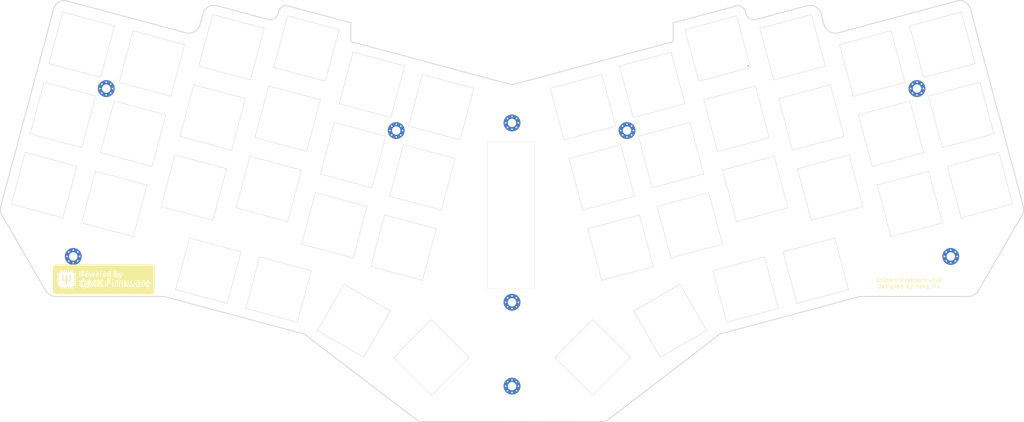
<source format=kicad_pcb>
(kicad_pcb (version 20171130) (host pcbnew "(5.1.9)-1")

  (general
    (thickness 1.6)
    (drawings 550)
    (tracks 1)
    (zones 0)
    (modules 10)
    (nets 2)
  )

  (page A4)
  (layers
    (0 F.Cu signal)
    (31 B.Cu signal)
    (32 B.Adhes user)
    (33 F.Adhes user)
    (34 B.Paste user)
    (35 F.Paste user)
    (36 B.SilkS user)
    (37 F.SilkS user)
    (38 B.Mask user)
    (39 F.Mask user)
    (40 Dwgs.User user hide)
    (41 Cmts.User user)
    (42 Eco1.User user)
    (43 Eco2.User user)
    (44 Edge.Cuts user)
    (45 Margin user)
    (46 B.CrtYd user)
    (47 F.CrtYd user)
    (48 B.Fab user)
    (49 F.Fab user)
  )

  (setup
    (last_trace_width 0.25)
    (trace_clearance 0.15)
    (zone_clearance 0.508)
    (zone_45_only no)
    (trace_min 0.2)
    (via_size 0.8)
    (via_drill 0.4)
    (via_min_size 0.4)
    (via_min_drill 0.3)
    (uvia_size 0.3)
    (uvia_drill 0.1)
    (uvias_allowed no)
    (uvia_min_size 0.2)
    (uvia_min_drill 0.1)
    (edge_width 0.05)
    (segment_width 0.2)
    (pcb_text_width 0.3)
    (pcb_text_size 1.5 1.5)
    (mod_edge_width 0.12)
    (mod_text_size 1 1)
    (mod_text_width 0.15)
    (pad_size 1.524 1.524)
    (pad_drill 0.762)
    (pad_to_mask_clearance 0)
    (aux_axis_origin 0 0)
    (grid_origin 153.996265 48.555279)
    (visible_elements 7FFFFFFF)
    (pcbplotparams
      (layerselection 0x010fc_ffffffff)
      (usegerberextensions false)
      (usegerberattributes true)
      (usegerberadvancedattributes true)
      (creategerberjobfile true)
      (excludeedgelayer true)
      (linewidth 0.100000)
      (plotframeref false)
      (viasonmask false)
      (mode 1)
      (useauxorigin false)
      (hpglpennumber 1)
      (hpglpenspeed 20)
      (hpglpendiameter 15.000000)
      (psnegative false)
      (psa4output false)
      (plotreference true)
      (plotvalue true)
      (plotinvisibletext false)
      (padsonsilk false)
      (subtractmaskfromsilk false)
      (outputformat 1)
      (mirror false)
      (drillshape 0)
      (scaleselection 1)
      (outputdirectory "gerber/"))
  )

  (net 0 "")
  (net 1 /row0)

  (net_class Default "This is the default net class."
    (clearance 0.15)
    (trace_width 0.25)
    (via_dia 0.8)
    (via_drill 0.4)
    (uvia_dia 0.3)
    (uvia_drill 0.1)
    (add_net /row0)
  )

  (module DjinnFootprints:QMK_PoweredBy (layer F.Cu) (tedit 605BD86C) (tstamp 608C8898)
    (at 46.996265 99.555279)
    (attr virtual)
    (fp_text reference G*** (at 0 0) (layer F.SilkS) hide
      (effects (font (size 1.524 1.524) (thickness 0.3)))
    )
    (fp_text value LOGO (at 0.75 0) (layer F.SilkS) hide
      (effects (font (size 1.524 1.524) (thickness 0.3)))
    )
    (fp_poly (pts (xy 3.340203 -1.609957) (xy 3.415183 -1.555489) (xy 3.461801 -1.487891) (xy 3.489736 -1.396109)
      (xy 3.501846 -1.281574) (xy 3.498385 -1.160691) (xy 3.479613 -1.049867) (xy 3.453842 -0.979666)
      (xy 3.405725 -0.90469) (xy 3.350351 -0.863425) (xy 3.2745 -0.847672) (xy 3.239418 -0.846667)
      (xy 3.182468 -0.852023) (xy 3.133381 -0.873041) (xy 3.076758 -0.917139) (xy 3.05811 -0.934029)
      (xy 2.963333 -1.021392) (xy 2.963333 -1.221171) (xy 2.965665 -1.313528) (xy 2.971913 -1.39342)
      (xy 2.980951 -1.448834) (xy 2.986005 -1.463312) (xy 3.022456 -1.505076) (xy 3.083126 -1.551619)
      (xy 3.153328 -1.593825) (xy 3.218376 -1.622578) (xy 3.254278 -1.629833) (xy 3.340203 -1.609957)) (layer F.SilkS) (width 0.01))
    (fp_poly (pts (xy 1.527153 -1.590965) (xy 1.609929 -1.530924) (xy 1.693333 -1.455574) (xy 1.69266 -1.241079)
      (xy 1.690844 -1.132709) (xy 1.683653 -1.056465) (xy 1.667267 -1.00217) (xy 1.637867 -0.959645)
      (xy 1.591634 -0.918711) (xy 1.563827 -0.897735) (xy 1.48663 -0.860651) (xy 1.397349 -0.84663)
      (xy 1.314142 -0.857429) (xy 1.283865 -0.870653) (xy 1.234474 -0.921397) (xy 1.197106 -1.002917)
      (xy 1.172959 -1.105064) (xy 1.163228 -1.217687) (xy 1.169108 -1.33064) (xy 1.191795 -1.433771)
      (xy 1.211791 -1.482474) (xy 1.273094 -1.568331) (xy 1.348528 -1.615329) (xy 1.434434 -1.623022)
      (xy 1.527153 -1.590965)) (layer F.SilkS) (width 0.01))
    (fp_poly (pts (xy 0.363569 -1.628826) (xy 0.364514 -1.628573) (xy 0.443281 -1.589667) (xy 0.497341 -1.520135)
      (xy 0.529324 -1.417304) (xy 0.544649 -1.3335) (xy 0.272324 -1.3335) (xy 0.157567 -1.334295)
      (xy 0.079039 -1.337131) (xy 0.03066 -1.342687) (xy 0.006346 -1.351641) (xy 0 -1.363872)
      (xy 0.013477 -1.428776) (xy 0.047562 -1.502504) (xy 0.089796 -1.561074) (xy 0.166328 -1.613927)
      (xy 0.262332 -1.637677) (xy 0.363569 -1.628826)) (layer F.SilkS) (width 0.01))
    (fp_poly (pts (xy -1.557383 -1.619559) (xy -1.477583 -1.568577) (xy -1.426983 -1.491284) (xy -1.402733 -1.430274)
      (xy -1.3928 -1.387449) (xy -1.402191 -1.359592) (xy -1.435917 -1.343484) (xy -1.498983 -1.335907)
      (xy -1.5964 -1.333645) (xy -1.67257 -1.3335) (xy -1.94814 -1.3335) (xy -1.934183 -1.391708)
      (xy -1.891861 -1.506101) (xy -1.827939 -1.584375) (xy -1.741517 -1.627344) (xy -1.661584 -1.636889)
      (xy -1.557383 -1.619559)) (layer F.SilkS) (width 0.01))
    (fp_poly (pts (xy -4.381369 -1.614286) (xy -4.296972 -1.567031) (xy -4.237666 -1.487038) (xy -4.202735 -1.373355)
      (xy -4.191465 -1.230866) (xy -4.201005 -1.094701) (xy -4.231711 -0.991367) (xy -4.28533 -0.916077)
      (xy -4.315318 -0.891516) (xy -4.39751 -0.853146) (xy -4.492107 -0.836977) (xy -4.573237 -0.845621)
      (xy -4.662906 -0.881708) (xy -4.72576 -0.931374) (xy -4.765731 -1.001462) (xy -4.786752 -1.098818)
      (xy -4.792758 -1.227667) (xy -4.781154 -1.375242) (xy -4.745846 -1.488245) (xy -4.686091 -1.567668)
      (xy -4.601142 -1.614507) (xy -4.491574 -1.629754) (xy -4.381369 -1.614286)) (layer F.SilkS) (width 0.01))
    (fp_poly (pts (xy -5.581462 -1.978166) (xy -5.483194 -1.942821) (xy -5.417559 -1.882367) (xy -5.382968 -1.795538)
      (xy -5.376367 -1.720843) (xy -5.393548 -1.607553) (xy -5.444085 -1.519652) (xy -5.526617 -1.458301)
      (xy -5.639786 -1.42466) (xy -5.730875 -1.4182) (xy -5.863167 -1.418167) (xy -5.863167 -1.989667)
      (xy -5.713949 -1.989667) (xy -5.581462 -1.978166)) (layer F.SilkS) (width 0.01))
    (fp_poly (pts (xy 11.655385 0.780122) (xy 11.750457 0.832921) (xy 11.819917 0.918048) (xy 11.861218 1.033153)
      (xy 11.866822 1.066169) (xy 11.880254 1.164167) (xy 11.517543 1.164167) (xy 11.378191 1.163408)
      (xy 11.276718 1.160916) (xy 11.208694 1.156368) (xy 11.16969 1.14944) (xy 11.155276 1.139809)
      (xy 11.154951 1.137708) (xy 11.167943 1.061987) (xy 11.200772 0.975651) (xy 11.245068 0.89965)
      (xy 11.2552 0.886779) (xy 11.346277 0.810058) (xy 11.459116 0.768976) (xy 11.537246 0.762)
      (xy 11.655385 0.780122)) (layer F.SilkS) (width 0.01))
    (fp_poly (pts (xy 9.271 1.497782) (xy 9.269721 1.577469) (xy 9.263098 1.62782) (xy 9.246949 1.661816)
      (xy 9.217094 1.692438) (xy 9.204962 1.702804) (xy 9.082129 1.785575) (xy 8.959857 1.826377)
      (xy 8.844013 1.826677) (xy 8.766719 1.794839) (xy 8.709395 1.732588) (xy 8.680319 1.650198)
      (xy 8.678333 1.621073) (xy 8.689089 1.535813) (xy 8.723965 1.470376) (xy 8.786872 1.422238)
      (xy 8.881721 1.388878) (xy 9.012423 1.367775) (xy 9.080346 1.36186) (xy 9.271 1.348327)
      (xy 9.271 1.497782)) (layer F.SilkS) (width 0.01))
    (fp_poly (pts (xy -5.233074 0.289887) (xy -5.111421 0.319401) (xy -5.076625 0.334336) (xy -4.973389 0.40812)
      (xy -4.889517 0.515581) (xy -4.826628 0.651957) (xy -4.786339 0.812492) (xy -4.77027 0.992427)
      (xy -4.780037 1.187001) (xy -4.781779 1.201437) (xy -4.798352 1.300332) (xy -4.821663 1.398526)
      (xy -4.846956 1.476297) (xy -4.849521 1.482446) (xy -4.90976 1.583422) (xy -4.994438 1.674535)
      (xy -5.091182 1.744177) (xy -5.160579 1.774274) (xy -5.246655 1.790397) (xy -5.352204 1.796627)
      (xy -5.45963 1.793107) (xy -5.551338 1.779975) (xy -5.582944 1.770912) (xy -5.701289 1.708455)
      (xy -5.794658 1.615341) (xy -5.863606 1.490405) (xy -5.908688 1.332483) (xy -5.930462 1.14041)
      (xy -5.932801 1.037832) (xy -5.919106 0.833726) (xy -5.879022 0.65989) (xy -5.81304 0.517417)
      (xy -5.721655 0.407402) (xy -5.616254 0.336132) (xy -5.501864 0.298307) (xy -5.368679 0.282874)
      (xy -5.233074 0.289887)) (layer F.SilkS) (width 0.01))
    (fp_poly (pts (xy -8.785028 -1.164167) (xy -8.706148 -1.156559) (xy -8.659542 -1.135005) (xy -8.657068 -1.132298)
      (xy -8.648087 -1.099816) (xy -8.641775 -1.031903) (xy -8.637967 -0.935363) (xy -8.636495 -0.817002)
      (xy -8.637193 -0.683627) (xy -8.639896 -0.542044) (xy -8.644436 -0.399058) (xy -8.650648 -0.261474)
      (xy -8.658366 -0.136101) (xy -8.667423 -0.029742) (xy -8.677652 0.050796) (xy -8.687013 0.093462)
      (xy -8.755823 0.258473) (xy -8.847679 0.395271) (xy -8.9657 0.506136) (xy -9.113008 0.593346)
      (xy -9.292722 0.659182) (xy -9.507963 0.705923) (xy -9.530292 0.70944) (xy -9.609667 0.721585)
      (xy -9.609667 0.951194) (xy -9.610664 1.055622) (xy -9.614325 1.125026) (xy -9.621654 1.166685)
      (xy -9.633656 1.187875) (xy -9.643148 1.193652) (xy -9.689005 1.201796) (xy -9.756373 1.204518)
      (xy -9.825079 1.201917) (xy -9.874949 1.194093) (xy -9.879542 1.192482) (xy -9.8925 1.172041)
      (xy -9.900901 1.120401) (xy -9.905196 1.033462) (xy -9.906 0.951695) (xy -9.906 0.721585)
      (xy -9.985375 0.709927) (xy -10.165656 0.679056) (xy -10.311207 0.643245) (xy -10.429585 0.599507)
      (xy -10.528351 0.544857) (xy -10.615061 0.476309) (xy -10.641914 0.450533) (xy -10.7417 0.32324)
      (xy -10.816968 0.169099) (xy -10.859033 0.017393) (xy -10.864879 -0.036831) (xy -10.86962 -0.126046)
      (xy -10.873078 -0.242919) (xy -10.875074 -0.380118) (xy -10.875428 -0.530309) (xy -10.874753 -0.62595)
      (xy -10.869084 -1.153583) (xy -10.74559 -1.159985) (xy -10.666557 -1.159444) (xy -10.609484 -1.149961)
      (xy -10.592131 -1.141518) (xy -10.582628 -1.126556) (xy -10.575275 -1.096293) (xy -10.569828 -1.046122)
      (xy -10.566041 -0.971436) (xy -10.563666 -0.867626) (xy -10.562459 -0.730085) (xy -10.562167 -0.580231)
      (xy -10.561514 -0.392822) (xy -10.558951 -0.242075) (xy -10.553576 -0.122333) (xy -10.544486 -0.027937)
      (xy -10.530778 0.046771) (xy -10.511548 0.107449) (xy -10.485894 0.159757) (xy -10.452912 0.209352)
      (xy -10.431731 0.237004) (xy -10.35007 0.312871) (xy -10.240176 0.376614) (xy -10.115818 0.421421)
      (xy -10.025147 0.438125) (xy -9.906515 0.450369) (xy -9.895417 -1.153583) (xy -9.62025 -1.153583)
      (xy -9.614704 -0.354542) (xy -9.609158 0.4445) (xy -9.539171 0.4445) (xy -9.395121 0.424347)
      (xy -9.259962 0.367694) (xy -9.141736 0.280248) (xy -9.048487 0.167718) (xy -8.995605 0.058737)
      (xy -8.982466 0.01725) (xy -8.972353 -0.026172) (xy -8.964878 -0.077593) (xy -8.959655 -0.143079)
      (xy -8.956295 -0.228694) (xy -8.954411 -0.340501) (xy -8.953616 -0.484567) (xy -8.9535 -0.600457)
      (xy -8.953667 -0.769693) (xy -8.953229 -0.901308) (xy -8.95078 -1.000008) (xy -8.944914 -1.070496)
      (xy -8.934225 -1.117479) (xy -8.917307 -1.145662) (xy -8.892754 -1.159748) (xy -8.859159 -1.164444)
      (xy -8.815116 -1.164454) (xy -8.785028 -1.164167)) (layer F.SilkS) (width 0.01))
    (fp_poly (pts (xy 12.914798 -3.849202) (xy 13.059141 -3.758944) (xy 13.180206 -3.637345) (xy 13.268368 -3.495632)
      (xy 13.324416 -3.376083) (xy 13.324416 0) (xy 13.324404 0.442617) (xy 13.324353 0.844896)
      (xy 13.32424 1.208833) (xy 13.324041 1.536424) (xy 13.323733 1.829664) (xy 13.323292 2.090548)
      (xy 13.322697 2.321074) (xy 13.321922 2.523236) (xy 13.320946 2.699029) (xy 13.319744 2.85045)
      (xy 13.318293 2.979494) (xy 13.316571 3.088157) (xy 13.314554 3.178435) (xy 13.312218 3.252322)
      (xy 13.309541 3.311816) (xy 13.306499 3.358911) (xy 13.303069 3.395602) (xy 13.299227 3.423887)
      (xy 13.294951 3.44576) (xy 13.290216 3.463217) (xy 13.285001 3.478253) (xy 13.283831 3.48132)
      (xy 13.225825 3.588491) (xy 13.139124 3.695438) (xy 13.035479 3.789444) (xy 12.943835 3.849154)
      (xy 12.837583 3.90525) (xy 0.03175 3.908758) (xy -0.703122 3.908933) (xy -1.427593 3.909052)
      (xy -2.140507 3.909118) (xy -2.840705 3.909131) (xy -3.527028 3.909093) (xy -4.198317 3.909004)
      (xy -4.853415 3.908866) (xy -5.491162 3.90868) (xy -6.110401 3.908446) (xy -6.709973 3.908167)
      (xy -7.288719 3.907843) (xy -7.845481 3.907476) (xy -8.3791 3.907066) (xy -8.888419 3.906614)
      (xy -9.372278 3.906123) (xy -9.829519 3.905593) (xy -10.258983 3.905024) (xy -10.659513 3.904419)
      (xy -11.02995 3.903779) (xy -11.369135 3.903104) (xy -11.675909 3.902395) (xy -11.949115 3.901655)
      (xy -12.187593 3.900883) (xy -12.390186 3.900082) (xy -12.555735 3.899252) (xy -12.683081 3.898394)
      (xy -12.771067 3.89751) (xy -12.818532 3.896601) (xy -12.827 3.896075) (xy -12.961227 3.836472)
      (xy -13.08667 3.74662) (xy -13.19303 3.635869) (xy -13.270011 3.513569) (xy -13.283832 3.48132)
      (xy -13.289152 3.466541) (xy -13.293987 3.449764) (xy -13.298358 3.428994) (xy -13.30229 3.402236)
      (xy -13.305806 3.367494) (xy -13.308928 3.322772) (xy -13.311681 3.266075) (xy -13.314087 3.195407)
      (xy -13.31617 3.108772) (xy -13.317953 3.004175) (xy -13.319459 2.87962) (xy -13.320711 2.733112)
      (xy -13.321734 2.562654) (xy -13.322549 2.366251) (xy -13.323181 2.141908) (xy -13.323652 1.887629)
      (xy -13.323986 1.601417) (xy -13.324207 1.281279) (xy -13.324336 0.925217) (xy -13.324399 0.531236)
      (xy -13.324417 0.097341) (xy -13.324417 -1.091857) (xy -12.231967 -1.091857) (xy -12.22302 -1.046838)
      (xy -12.19707 -1.0184) (xy -12.147755 -1.002769) (xy -12.068715 -0.996172) (xy -11.956575 -0.994833)
      (xy -11.726334 -0.994833) (xy -11.726334 -0.699844) (xy -11.975042 -0.69388) (xy -12.22375 -0.687917)
      (xy -12.230269 -0.585731) (xy -12.231967 -0.520357) (xy -12.22302 -0.475338) (xy -12.19707 -0.4469)
      (xy -12.147755 -0.431269) (xy -12.068715 -0.424672) (xy -11.956575 -0.423333) (xy -11.726334 -0.423333)
      (xy -11.726334 -0.128344) (xy -11.975042 -0.12238) (xy -12.22375 -0.116417) (xy -12.230269 -0.014231)
      (xy -12.231967 0.051143) (xy -12.22302 0.096162) (xy -12.19707 0.1246) (xy -12.147755 0.140231)
      (xy -12.068715 0.146828) (xy -11.956575 0.148167) (xy -11.726334 0.148167) (xy -11.726334 0.443156)
      (xy -11.975042 0.44912) (xy -12.22375 0.455083) (xy -12.230269 0.557269) (xy -12.231967 0.622643)
      (xy -12.22302 0.667662) (xy -12.19707 0.6961) (xy -12.147755 0.711731) (xy -12.068715 0.718328)
      (xy -11.956575 0.719667) (xy -11.726334 0.719667) (xy -11.726334 1.014656) (xy -11.975042 1.02062)
      (xy -12.22375 1.026583) (xy -12.230269 1.128769) (xy -12.231967 1.194143) (xy -12.22302 1.239162)
      (xy -12.19707 1.2676) (xy -12.147755 1.283231) (xy -12.068715 1.289828) (xy -11.956575 1.291167)
      (xy -11.726334 1.291167) (xy -11.726334 1.385622) (xy -11.707275 1.520882) (xy -11.654483 1.653737)
      (xy -11.574535 1.768852) (xy -11.551911 1.792259) (xy -11.450723 1.876988) (xy -11.350652 1.929777)
      (xy -11.236409 1.957712) (xy -11.182249 1.9636) (xy -11.049 1.974296) (xy -11.049 2.199998)
      (xy -11.046366 2.323979) (xy -11.038404 2.406777) (xy -11.025029 2.449213) (xy -11.022673 2.452027)
      (xy -10.983194 2.467994) (xy -10.914479 2.473015) (xy -10.890382 2.472135) (xy -10.784417 2.465917)
      (xy -10.778454 2.217208) (xy -10.77249 1.9685) (xy -10.4775 1.9685) (xy -10.4775 2.198741)
      (xy -10.476087 2.312998) (xy -10.46933 2.391311) (xy -10.453457 2.44004) (xy -10.424693 2.465545)
      (xy -10.379264 2.474187) (xy -10.315103 2.472435) (xy -10.212917 2.465917) (xy -10.206954 2.217208)
      (xy -10.20099 1.9685) (xy -9.906 1.9685) (xy -9.906 2.198741) (xy -9.904587 2.312998)
      (xy -9.89783 2.391311) (xy -9.881957 2.44004) (xy -9.853193 2.465545) (xy -9.807764 2.474187)
      (xy -9.743603 2.472435) (xy -9.641417 2.465917) (xy -9.635454 2.217208) (xy -9.62949 1.9685)
      (xy -9.3345 1.9685) (xy -9.3345 2.198741) (xy -9.333087 2.312998) (xy -9.32633 2.391311)
      (xy -9.310457 2.44004) (xy -9.281693 2.465545) (xy -9.236264 2.474187) (xy -9.172103 2.472435)
      (xy -9.069917 2.465917) (xy -9.063954 2.217208) (xy -9.05799 1.9685) (xy -8.763 1.9685)
      (xy -8.763 2.198741) (xy -8.761587 2.312998) (xy -8.75483 2.391311) (xy -8.738957 2.44004)
      (xy -8.710193 2.465545) (xy -8.664764 2.474187) (xy -8.600603 2.472435) (xy -8.498417 2.465917)
      (xy -8.492475 2.219633) (xy -8.486532 1.973349) (xy -8.354891 1.964745) (xy -8.197003 1.935413)
      (xy -8.061273 1.871137) (xy -7.950339 1.774537) (xy -7.866839 1.648232) (xy -7.813408 1.494841)
      (xy -7.799279 1.412875) (xy -7.784456 1.291167) (xy -7.554806 1.291167) (xy -7.442609 1.289567)
      (xy -7.365997 1.282521) (xy -7.318276 1.266661) (xy -7.292748 1.238618) (xy -7.282719 1.195022)
      (xy -7.281334 1.153583) (xy -7.284443 1.097674) (xy -6.213286 1.097674) (xy -6.198971 1.288327)
      (xy -6.16501 1.465126) (xy -6.135959 1.557238) (xy -6.05678 1.715155) (xy -5.949619 1.84158)
      (xy -5.815287 1.936053) (xy -5.654596 1.998116) (xy -5.468358 2.02731) (xy -5.305476 2.026944)
      (xy -5.170609 2.011239) (xy -5.05992 1.983642) (xy -5.029757 1.971863) (xy -4.930064 1.927764)
      (xy -4.801644 2.031246) (xy -4.712203 2.09696) (xy -4.61352 2.159159) (xy -4.514702 2.213142)
      (xy -4.424852 2.254206) (xy -4.353075 2.277649) (xy -4.318 2.28101) (xy -4.276862 2.26599)
      (xy -4.259474 2.224559) (xy -4.258139 2.214651) (xy -4.255774 2.14889) (xy -4.270429 2.09896)
      (xy -4.308483 2.056223) (xy -4.376315 2.012045) (xy -4.428465 1.984088) (xy -4.512219 1.937956)
      (xy -4.590664 1.889916) (xy -4.648372 1.849479) (xy -4.653514 1.845304) (xy -4.724444 1.786183)
      (xy -4.670316 1.706419) (xy -4.594087 1.562548) (xy -4.538184 1.390159) (xy -4.513873 1.252551)
      (xy -4.064602 1.252551) (xy -4.064395 1.418981) (xy -4.063566 1.574218) (xy -4.062091 1.712959)
      (xy -4.05995 1.829905) (xy -4.05712 1.919754) (xy -4.05358 1.977205) (xy -4.049889 1.996722)
      (xy -4.015984 2.008264) (xy -3.957988 2.011288) (xy -3.893055 2.006823) (xy -3.838337 1.995897)
      (xy -3.81285 1.982517) (xy -3.805764 1.955262) (xy -3.799668 1.891119) (xy -3.794528 1.789073)
      (xy -3.790307 1.648108) (xy -3.78697 1.467207) (xy -3.784481 1.245354) (xy -3.7838 1.157328)
      (xy -3.77825 0.360455) (xy -3.48348 1.127436) (xy -3.41695 1.300128) (xy -3.35417 1.46229)
      (xy -3.296982 1.609225) (xy -3.247229 1.736233) (xy -3.206751 1.838617) (xy -3.177391 1.911677)
      (xy -3.16099 1.950716) (xy -3.159592 1.953693) (xy -3.138851 1.988408) (xy -3.112189 2.004964)
      (xy -3.065842 2.008595) (xy -3.020446 2.00661) (xy -2.910417 2.00025) (xy -2.56726 1.153583)
      (xy -2.224103 0.306917) (xy -2.21801 1.153583) (xy -2.211917 2.00025) (xy -1.979084 2.00025)
      (xy -1.973568 1.071356) (xy -1.973323 1.016159) (xy -1.4605 1.016159) (xy -1.4605 1.044967)
      (xy -1.460192 1.240239) (xy -1.459308 1.422368) (xy -1.457914 1.58701) (xy -1.456074 1.729821)
      (xy -1.453852 1.846459) (xy -1.451313 1.932579) (xy -1.448521 1.983839) (xy -1.446389 1.996722)
      (xy -1.412562 2.008213) (xy -1.354627 2.011253) (xy -1.289734 2.006855) (xy -1.235038 1.996034)
      (xy -1.209515 1.982716) (xy -1.200576 1.950347) (xy -1.193016 1.877704) (xy -1.186956 1.766831)
      (xy -1.18252 1.619769) (xy -1.180465 1.497976) (xy -1.17475 1.041354) (xy -0.846667 1.488532)
      (xy -0.756707 1.610666) (xy -0.673305 1.722987) (xy -0.600223 1.820501) (xy -0.541222 1.898213)
      (xy -0.500066 1.951129) (xy -0.481542 1.973272) (xy -0.442309 1.993507) (xy -0.380581 2.006807)
      (xy -0.311059 2.012289) (xy -0.248446 2.009069) (xy -0.207445 1.996265) (xy -0.201354 1.990104)
      (xy -0.197051 1.977668) (xy -0.199444 1.960033) (xy -0.210973 1.933524) (xy -0.234082 1.894467)
      (xy -0.271213 1.839186) (xy -0.324806 1.764006) (xy -0.397304 1.665252) (xy -0.49115 1.539249)
      (xy -0.577453 1.424065) (xy -0.679265 1.287946) (xy -0.757908 1.181419) (xy -0.815925 1.100443)
      (xy -0.855859 1.04098) (xy -0.880254 0.998989) (xy -0.891653 0.970433) (xy -0.89253 0.952663)
      (xy 0.803033 0.952663) (xy 0.803358 1.12543) (xy 0.804498 1.296202) (xy 0.806437 1.459603)
      (xy 0.809158 1.610258) (xy 0.812645 1.742792) (xy 0.816881 1.851828) (xy 0.82185 1.931991)
      (xy 0.827535 1.977906) (xy 0.83066 1.98636) (xy 0.87014 2.002327) (xy 0.938855 2.007348)
      (xy 0.962952 2.006469) (xy 1.068916 2.00025) (xy 1.074655 1.582208) (xy 1.080394 1.164167)
      (xy 1.41438 1.164167) (xy 1.551115 1.163383) (xy 1.651178 1.160075) (xy 1.720214 1.152808)
      (xy 1.763871 1.140148) (xy 1.787796 1.120661) (xy 1.797634 1.092912) (xy 1.799166 1.066414)
      (xy 1.798215 1.025566) (xy 1.791479 0.995877) (xy 1.773133 0.975566) (xy 1.737352 0.962854)
      (xy 1.678312 0.955961) (xy 1.590188 0.953104) (xy 1.467155 0.952506) (xy 1.426485 0.9525)
      (xy 1.0795 0.9525) (xy 1.0795 0.612926) (xy 2.180166 0.612926) (xy 2.180166 1.297768)
      (xy 2.180616 1.46405) (xy 2.18189 1.616685) (xy 2.18388 1.750544) (xy 2.186474 1.860499)
      (xy 2.189562 1.941419) (xy 2.193034 1.988176) (xy 2.195228 1.997673) (xy 2.223463 2.005196)
      (xy 2.278833 2.007719) (xy 2.316936 2.006492) (xy 2.423583 2.00025) (xy 2.42676 1.599819)
      (xy 2.882281 1.599819) (xy 2.882626 1.734442) (xy 2.883609 1.845457) (xy 2.88519 1.927574)
      (xy 2.887333 1.975504) (xy 2.888709 1.985306) (xy 2.914006 2.00279) (xy 2.974303 2.007963)
      (xy 3.010721 2.006656) (xy 3.122083 2.00025) (xy 3.131144 1.599819) (xy 3.940614 1.599819)
      (xy 3.94096 1.734442) (xy 3.941942 1.845457) (xy 3.943523 1.927574) (xy 3.945666 1.975504)
      (xy 3.947042 1.985306) (xy 3.972339 2.00279) (xy 4.032636 2.007963) (xy 4.069054 2.006656)
      (xy 4.180416 2.00025) (xy 4.191 1.509779) (xy 4.194478 1.353457) (xy 4.197733 1.233782)
      (xy 4.201422 1.145077) (xy 4.206204 1.081665) (xy 4.212737 1.03787) (xy 4.221677 1.008015)
      (xy 4.233684 0.986423) (xy 4.249415 0.967417) (xy 4.2545 0.961869) (xy 4.359073 0.865977)
      (xy 4.460665 0.806286) (xy 4.555867 0.783075) (xy 4.641272 0.796625) (xy 4.713474 0.847216)
      (xy 4.762187 0.920105) (xy 4.776159 0.952188) (xy 4.786727 0.987167) (xy 4.794365 1.031245)
      (xy 4.799546 1.090623) (xy 4.802745 1.171504) (xy 4.804433 1.28009) (xy 4.805085 1.422584)
      (xy 4.805157 1.483058) (xy 4.806008 1.621773) (xy 4.808212 1.747006) (xy 4.811538 1.852299)
      (xy 4.815756 1.931195) (xy 4.820636 1.977235) (xy 4.82308 1.985667) (xy 4.859223 2.004188)
      (xy 4.933816 2.007428) (xy 4.944464 2.006834) (xy 5.04825 2.00025) (xy 5.05961 1.043878)
      (xy 5.135579 0.955126) (xy 5.228966 0.86654) (xy 5.3261 0.810489) (xy 5.421333 0.787394)
      (xy 5.509018 0.797675) (xy 5.583506 0.841752) (xy 5.638062 0.917725) (xy 5.649571 0.948216)
      (xy 5.658298 0.988636) (xy 5.664597 1.04471) (xy 5.668823 1.122162) (xy 5.671333 1.226719)
      (xy 5.672482 1.364104) (xy 5.672666 1.47534) (xy 5.673424 1.648414) (xy 5.675801 1.782262)
      (xy 5.67995 1.879964) (xy 5.686024 1.944604) (xy 5.694177 1.979262) (xy 5.698066 1.985433)
      (xy 5.733221 2.000558) (xy 5.79301 2.00965) (xy 5.824663 2.010833) (xy 5.886925 2.00838)
      (xy 5.919638 1.997012) (xy 5.935488 1.970723) (xy 5.939515 1.956426) (xy 5.944647 1.911064)
      (xy 5.947331 1.831484) (xy 5.947819 1.725471) (xy 5.946363 1.60081) (xy 5.943214 1.465285)
      (xy 5.938623 1.326683) (xy 5.932843 1.192787) (xy 5.926124 1.071383) (xy 5.918718 0.970257)
      (xy 5.910877 0.897192) (xy 5.904194 0.863361) (xy 5.842947 0.741838) (xy 5.752935 0.65016)
      (xy 5.701812 0.623836) (xy 6.222776 0.623836) (xy 6.223213 0.650058) (xy 6.230013 0.690813)
      (xy 6.244195 0.750302) (xy 6.266774 0.832724) (xy 6.298768 0.942279) (xy 6.341194 1.083167)
      (xy 6.395071 1.259589) (xy 6.404823 1.291399) (xy 6.454642 1.452597) (xy 6.501351 1.60135)
      (xy 6.543326 1.732675) (xy 6.578947 1.841589) (xy 6.606591 1.923109) (xy 6.624637 1.972251)
      (xy 6.630371 1.984375) (xy 6.664856 2.000134) (xy 6.732901 2.009198) (xy 6.787588 2.010833)
      (xy 6.8615 2.009826) (xy 6.904737 2.003539) (xy 6.928953 1.987075) (xy 6.945805 1.955536)
      (xy 6.951313 1.942042) (xy 6.964979 1.901037) (xy 6.987126 1.826378) (xy 7.015685 1.725408)
      (xy 7.048588 1.605471) (xy 7.083766 1.47391) (xy 7.091729 1.443664) (xy 7.125699 1.317951)
      (xy 7.15693 1.209325) (xy 7.18368 1.123291) (xy 7.204206 1.065357) (xy 7.216766 1.04103)
      (xy 7.21897 1.041497) (xy 7.228859 1.069097) (xy 7.248511 1.131162) (xy 7.276038 1.221459)
      (xy 7.30955 1.333756) (xy 7.347158 1.461819) (xy 7.365219 1.523984) (xy 7.404423 1.656411)
      (xy 7.441186 1.775072) (xy 7.473503 1.873925) (xy 7.499367 1.946927) (xy 7.516773 1.988037)
      (xy 7.521453 1.994618) (xy 7.562539 2.006383) (xy 7.626502 2.010858) (xy 7.698044 2.008678)
      (xy 7.761867 2.000474) (xy 7.802673 1.986881) (xy 7.807432 1.982779) (xy 7.818889 1.9567)
      (xy 7.840722 1.896024) (xy 7.871062 1.80668) (xy 7.908045 1.694598) (xy 7.94367 1.584634)
      (xy 8.412624 1.584634) (xy 8.417217 1.702854) (xy 8.457641 1.816192) (xy 8.515565 1.897001)
      (xy 8.577583 1.950207) (xy 8.64887 1.992469) (xy 8.66775 2.000204) (xy 8.771799 2.023676)
      (xy 8.8892 2.029916) (xy 8.998921 2.018512) (xy 9.040299 2.007476) (xy 9.102463 1.980052)
      (xy 9.174295 1.939871) (xy 9.20086 1.92272) (xy 9.289471 1.862487) (xy 9.29611 1.931369)
      (xy 9.302979 1.97326) (xy 9.320981 1.994493) (xy 9.362124 2.00356) (xy 9.402604 2.006673)
      (xy 9.463873 2.00847) (xy 9.49585 1.999944) (xy 9.511287 1.975688) (xy 9.516149 1.958546)
      (xy 9.51969 1.922403) (xy 9.522189 1.850625) (xy 9.523581 1.749901) (xy 9.523801 1.626918)
      (xy 9.523436 1.57708) (xy 9.951618 1.57708) (xy 9.952111 1.712092) (xy 9.953328 1.823914)
      (xy 9.955222 1.906939) (xy 9.957745 1.95556) (xy 9.958961 1.964291) (xy 9.970138 1.992679)
      (xy 9.99332 2.006065) (xy 10.040256 2.008515) (xy 10.0813 2.006624) (xy 10.19175 2.00025)
      (xy 10.202333 1.543535) (xy 10.205942 1.393241) (xy 10.208408 1.311647) (xy 10.911416 1.311647)
      (xy 10.912334 1.427872) (xy 10.915988 1.512081) (xy 10.923732 1.57457) (xy 10.936918 1.625633)
      (xy 10.956899 1.675567) (xy 10.960176 1.68275) (xy 11.043416 1.817622) (xy 11.155089 1.921528)
      (xy 11.296421 1.995519) (xy 11.345333 2.012206) (xy 11.417625 2.024709) (xy 11.516999 2.029546)
      (xy 11.628975 2.027094) (xy 11.739072 2.017734) (xy 11.832811 2.001843) (xy 11.843594 1.999173)
      (xy 11.944358 1.969397) (xy 12.009944 1.939151) (xy 12.047204 1.902887) (xy 12.062987 1.855056)
      (xy 12.065 1.819845) (xy 12.061761 1.77078) (xy 12.047289 1.743959) (xy 12.014452 1.737816)
      (xy 11.956117 1.750785) (xy 11.8745 1.778) (xy 11.780241 1.801786) (xy 11.66913 1.815865)
      (xy 11.556166 1.819621) (xy 11.456351 1.812435) (xy 11.394336 1.797757) (xy 11.293429 1.73822)
      (xy 11.220067 1.64667) (xy 11.174474 1.523431) (xy 11.163857 1.46381) (xy 11.149379 1.354667)
      (xy 11.605677 1.354667) (xy 11.76754 1.354378) (xy 11.891987 1.352513) (xy 11.983935 1.347575)
      (xy 12.048303 1.338066) (xy 12.090008 1.322489) (xy 12.113967 1.299345) (xy 12.125098 1.267138)
      (xy 12.128319 1.224369) (xy 12.1285 1.195446) (xy 12.113053 1.036028) (xy 12.069287 0.888047)
      (xy 12.023001 0.797687) (xy 11.936394 0.698347) (xy 11.824793 0.626051) (xy 11.695904 0.58096)
      (xy 11.557434 0.563233) (xy 11.41709 0.57303) (xy 11.282578 0.610512) (xy 11.161606 0.675838)
      (xy 11.061879 0.769168) (xy 11.055245 0.777595) (xy 10.997796 0.859231) (xy 10.957549 0.936892)
      (xy 10.931685 1.02105) (xy 10.917383 1.122174) (xy 10.911823 1.250734) (xy 10.911416 1.311647)
      (xy 10.208408 1.311647) (xy 10.209396 1.279) (xy 10.213478 1.19454) (xy 10.218974 1.13359)
      (xy 10.226666 1.089881) (xy 10.23734 1.05714) (xy 10.25178 1.029098) (xy 10.270292 1.000206)
      (xy 10.322641 0.933426) (xy 10.383575 0.872031) (xy 10.401502 0.857275) (xy 10.448612 0.825666)
      (xy 10.493902 0.809875) (xy 10.553896 0.805965) (xy 10.60871 0.807937) (xy 10.742083 0.814917)
      (xy 10.742083 0.709083) (xy 10.74052 0.645939) (xy 10.729772 0.611309) (xy 10.700749 0.591374)
      (xy 10.654173 0.575424) (xy 10.547293 0.558773) (xy 10.446386 0.580247) (xy 10.347179 0.641306)
      (xy 10.281708 0.702781) (xy 10.181166 0.809145) (xy 10.181166 0.701309) (xy 10.179125 0.636825)
      (xy 10.169249 0.602338) (xy 10.145904 0.585568) (xy 10.125277 0.579446) (xy 10.061226 0.575781)
      (xy 10.014152 0.584836) (xy 9.958916 0.604254) (xy 9.952994 1.259919) (xy 9.951896 1.424487)
      (xy 9.951618 1.57708) (xy 9.523436 1.57708) (xy 9.522784 1.488364) (xy 9.521573 1.40179)
      (xy 9.518724 1.241799) (xy 9.515722 1.118035) (xy 9.511989 1.024395) (xy 9.506945 0.954776)
      (xy 9.500011 0.903072) (xy 9.49061 0.863181) (xy 9.478161 0.828998) (xy 9.464419 0.799189)
      (xy 9.399975 0.701452) (xy 9.313282 0.631614) (xy 9.200179 0.587699) (xy 9.056505 0.567726)
      (xy 8.974284 0.566073) (xy 8.840037 0.576297) (xy 8.719613 0.602191) (xy 8.617623 0.640809)
      (xy 8.538679 0.689204) (xy 8.487391 0.744431) (xy 8.468371 0.803542) (xy 8.486229 0.863593)
      (xy 8.493125 0.873498) (xy 8.510109 0.889979) (xy 8.533584 0.893557) (xy 8.573212 0.882598)
      (xy 8.638658 0.855462) (xy 8.662933 0.84474) (xy 8.82176 0.787903) (xy 8.960509 0.767631)
      (xy 9.080193 0.783787) (xy 9.089061 0.786679) (xy 9.16832 0.827004) (xy 9.219492 0.887905)
      (xy 9.247036 0.976433) (xy 9.254177 1.04775) (xy 9.260416 1.17475) (xy 9.027583 1.188182)
      (xy 8.886017 1.198949) (xy 8.778175 1.21387) (xy 8.69551 1.234785) (xy 8.629474 1.263534)
      (xy 8.602682 1.279664) (xy 8.506471 1.365142) (xy 8.442747 1.469431) (xy 8.412624 1.584634)
      (xy 7.94367 1.584634) (xy 7.949803 1.565704) (xy 7.99447 1.425928) (xy 8.04018 1.281199)
      (xy 8.085066 1.137445) (xy 8.127261 1.000594) (xy 8.1649 0.876575) (xy 8.196116 0.771316)
      (xy 8.219043 0.690747) (xy 8.231813 0.640795) (xy 8.233833 0.628366) (xy 8.215445 0.596441)
      (xy 8.169183 0.57648) (xy 8.108405 0.570841) (xy 8.046465 0.581881) (xy 8.024484 0.591426)
      (xy 8.007578 0.613257) (xy 7.984269 0.665347) (xy 7.953755 0.750018) (xy 7.915236 0.869597)
      (xy 7.86791 1.026408) (xy 7.831185 1.152386) (xy 7.789334 1.295075) (xy 7.750633 1.422484)
      (xy 7.716736 1.529523) (xy 7.6893 1.611103) (xy 7.66998 1.662134) (xy 7.66043 1.677527)
      (xy 7.660405 1.677501) (xy 7.650817 1.653633) (xy 7.631369 1.594575) (xy 7.603759 1.505864)
      (xy 7.569683 1.393038) (xy 7.530837 1.261631) (xy 7.491872 1.127448) (xy 7.338053 0.593313)
      (xy 7.2692 0.580396) (xy 7.183969 0.57688) (xy 7.121061 0.6) (xy 7.094342 0.631142)
      (xy 7.08424 0.660803) (xy 7.065121 0.725429) (xy 7.038663 0.819026) (xy 7.00654 0.935597)
      (xy 6.97043 1.069147) (xy 6.940906 1.179988) (xy 6.903412 1.320139) (xy 6.869042 1.445709)
      (xy 6.839361 1.551218) (xy 6.815932 1.631187) (xy 6.800317 1.680134) (xy 6.794455 1.69328)
      (xy 6.785972 1.673827) (xy 6.767469 1.61896) (xy 6.740587 1.533961) (xy 6.706966 1.424111)
      (xy 6.668246 1.294693) (xy 6.626417 1.152189) (xy 6.571889 0.967888) (xy 6.526805 0.822624)
      (xy 6.490453 0.714339) (xy 6.462118 0.640972) (xy 6.441087 0.600465) (xy 6.432061 0.591272)
      (xy 6.367626 0.573615) (xy 6.294756 0.576244) (xy 6.236922 0.598191) (xy 6.227684 0.607947)
      (xy 6.222776 0.623836) (xy 5.701812 0.623836) (xy 5.637712 0.590831) (xy 5.500833 0.566355)
      (xy 5.481889 0.565866) (xy 5.37122 0.57845) (xy 5.2625 0.620724) (xy 5.147979 0.696248)
      (xy 5.086214 0.747509) (xy 5.03599 0.785598) (xy 5.006251 0.794946) (xy 5.000978 0.789519)
      (xy 4.954249 0.710992) (xy 4.875655 0.643909) (xy 4.775299 0.594143) (xy 4.663281 0.567566)
      (xy 4.614333 0.56473) (xy 4.514952 0.573775) (xy 4.423286 0.604407) (xy 4.327245 0.661689)
      (xy 4.259791 0.713136) (xy 4.169833 0.786001) (xy 4.169833 0.689737) (xy 4.167112 0.629318)
      (xy 4.154511 0.597968) (xy 4.125371 0.582548) (xy 4.113944 0.579446) (xy 4.049893 0.575781)
      (xy 4.002819 0.584837) (xy 3.947583 0.604255) (xy 3.941987 1.280903) (xy 3.940944 1.446876)
      (xy 3.940614 1.599819) (xy 3.131144 1.599819) (xy 3.132666 1.532575) (xy 3.14325 1.064899)
      (xy 3.224821 0.965415) (xy 3.293753 0.886518) (xy 3.350907 0.837709) (xy 3.407415 0.813476)
      (xy 3.474411 0.808308) (xy 3.532735 0.812996) (xy 3.60216 0.819858) (xy 3.640721 0.818126)
      (xy 3.659569 0.804382) (xy 3.669856 0.775212) (xy 3.671013 0.770636) (xy 3.677097 0.70586)
      (xy 3.671904 0.653836) (xy 3.653346 0.610035) (xy 3.61345 0.583245) (xy 3.575569 0.57107)
      (xy 3.466089 0.559828) (xy 3.361571 0.58782) (xy 3.258612 0.656254) (xy 3.212041 0.700402)
      (xy 3.1115 0.804193) (xy 3.1115 0.698833) (xy 3.109336 0.635211) (xy 3.098957 0.601403)
      (xy 3.074536 0.584956) (xy 3.05561 0.579446) (xy 2.991559 0.575781) (xy 2.944485 0.584837)
      (xy 2.88925 0.604255) (xy 2.883654 1.280903) (xy 2.882611 1.446876) (xy 2.882281 1.599819)
      (xy 2.42676 1.599819) (xy 2.429159 1.297471) (xy 2.434734 0.594691) (xy 2.358747 0.580436)
      (xy 2.289417 0.577046) (xy 2.231463 0.589553) (xy 2.180166 0.612926) (xy 1.0795 0.612926)
      (xy 1.0795 0.296333) (xy 1.439857 0.296333) (xy 1.571049 0.296169) (xy 1.66614 0.295143)
      (xy 1.731362 0.292453) (xy 1.772946 0.287299) (xy 1.797125 0.278879) (xy 1.81013 0.266393)
      (xy 1.818193 0.24904) (xy 1.818728 0.247637) (xy 1.829041 0.188679) (xy 1.827548 0.162953)
      (xy 2.160221 0.162953) (xy 2.162287 0.226926) (xy 2.175032 0.277159) (xy 2.185458 0.291464)
      (xy 2.249581 0.320154) (xy 2.328723 0.325185) (xy 2.402832 0.306612) (xy 2.428875 0.290823)
      (xy 2.445212 0.258156) (xy 2.454514 0.201179) (xy 2.455333 0.177813) (xy 2.450189 0.113218)
      (xy 2.430106 0.073528) (xy 2.402169 0.050808) (xy 2.334733 0.028615) (xy 2.25706 0.033548)
      (xy 2.190096 0.064102) (xy 2.187475 0.066217) (xy 2.168671 0.103348) (xy 2.160221 0.162953)
      (xy 1.827548 0.162953) (xy 1.82632 0.141803) (xy 1.815398 0.084667) (xy 0.845618 0.084667)
      (xy 0.824976 0.138961) (xy 0.81913 0.175183) (xy 0.814216 0.247037) (xy 0.810217 0.349149)
      (xy 0.807115 0.476143) (xy 0.804895 0.622644) (xy 0.803539 0.783275) (xy 0.803033 0.952663)
      (xy -0.89253 0.952663) (xy -0.892599 0.951271) (xy -0.885636 0.937465) (xy -0.884601 0.936222)
      (xy -0.781267 0.814782) (xy -0.677156 0.690878) (xy -0.576116 0.569238) (xy -0.481995 0.454592)
      (xy -0.39864 0.351666) (xy -0.329901 0.26519) (xy -0.279624 0.199892) (xy -0.251658 0.1605)
      (xy -0.247939 0.1539) (xy -0.235516 0.111389) (xy -0.250849 0.086408) (xy -0.255204 0.083475)
      (xy -0.301341 0.06989) (xy -0.368256 0.065886) (xy -0.435433 0.071711) (xy -0.469461 0.080863)
      (xy -0.49188 0.100862) (xy -0.53638 0.149611) (xy -0.599025 0.222466) (xy -0.67588 0.31478)
      (xy -0.763011 0.421908) (xy -0.839878 0.518194) (xy -1.17475 0.941137) (xy -1.180295 0.528777)
      (xy -1.182647 0.384256) (xy -1.185631 0.276338) (xy -1.189784 0.199294) (xy -1.195642 0.147393)
      (xy -1.203742 0.114906) (xy -1.21462 0.096103) (xy -1.221382 0.089958) (xy -1.279533 0.067868)
      (xy -1.35295 0.066178) (xy -1.41953 0.085396) (xy -1.419559 0.085411) (xy -1.429326 0.092034)
      (xy -1.437404 0.102988) (xy -1.443952 0.12203) (xy -1.449131 0.152915) (xy -1.453101 0.199398)
      (xy -1.456021 0.265235) (xy -1.458054 0.35418) (xy -1.459357 0.46999) (xy -1.460093 0.616419)
      (xy -1.46042 0.797224) (xy -1.4605 1.016159) (xy -1.973323 1.016159) (xy -1.972477 0.82576)
      (xy -1.972398 0.620355) (xy -1.97337 0.453009) (xy -1.975435 0.32159) (xy -1.978635 0.223967)
      (xy -1.98301 0.158008) (xy -1.988601 0.121582) (xy -1.992034 0.113564) (xy -2.028243 0.095802)
      (xy -2.101868 0.086439) (xy -2.173777 0.084667) (xy -2.257977 0.086268) (xy -2.311696 0.092991)
      (xy -2.346728 0.107714) (xy -2.374867 0.133314) (xy -2.37535 0.133855) (xy -2.393418 0.164451)
      (xy -2.42522 0.229479) (xy -2.468623 0.324125) (xy -2.521492 0.443574) (xy -2.581694 0.583012)
      (xy -2.647093 0.737625) (xy -2.708105 0.884489) (xy -2.775034 1.046496) (xy -2.837159 1.195968)
      (xy -2.892587 1.328419) (xy -2.939425 1.439364) (xy -2.97578 1.524319) (xy -2.99976 1.578798)
      (xy -3.009324 1.598212) (xy -3.022475 1.586516) (xy -3.045357 1.544128) (xy -3.073114 1.480095)
      (xy -3.074227 1.477287) (xy -3.095676 1.422957) (xy -3.130111 1.335689) (xy -3.174989 1.221925)
      (xy -3.22777 1.088109) (xy -3.285911 0.940686) (xy -3.346871 0.786098) (xy -3.356373 0.762)
      (xy -3.419726 0.60379) (xy -3.479005 0.460455) (xy -3.532065 0.33687) (xy -3.576761 0.23791)
      (xy -3.610946 0.16845) (xy -3.632475 0.133365) (xy -3.633484 0.132292) (xy -3.663207 0.107916)
      (xy -3.69962 0.093524) (xy -3.754134 0.086614) (xy -3.83816 0.084683) (xy -3.850627 0.084667)
      (xy -3.937502 0.086018) (xy -3.991699 0.091442) (xy -4.022826 0.102992) (xy -4.040488 0.122723)
      (xy -4.042089 0.125608) (xy -4.046492 0.154241) (xy -4.050471 0.219389) (xy -4.054004 0.31575)
      (xy -4.057069 0.438024) (xy -4.059644 0.58091) (xy -4.061707 0.739106) (xy -4.063236 0.907313)
      (xy -4.064208 1.080228) (xy -4.064602 1.252551) (xy -4.513873 1.252551) (xy -4.504373 1.198783)
      (xy -4.494423 0.997953) (xy -4.506504 0.82333) (xy -4.548704 0.615835) (xy -4.617885 0.440945)
      (xy -4.714018 0.298686) (xy -4.837075 0.189086) (xy -4.987026 0.11217) (xy -5.163843 0.067965)
      (xy -5.344584 0.05616) (xy -5.546257 0.074706) (xy -5.723158 0.127253) (xy -5.87473 0.21344)
      (xy -6.000419 0.332909) (xy -6.099669 0.485297) (xy -6.138071 0.570833) (xy -6.182863 0.726104)
      (xy -6.207925 0.905992) (xy -6.213286 1.097674) (xy -7.284443 1.097674) (xy -7.284461 1.097354)
      (xy -7.298289 1.058884) (xy -7.32949 1.034846) (xy -7.384736 1.021914) (xy -7.470697 1.016761)
      (xy -7.557245 1.016) (xy -7.789334 1.016) (xy -7.789334 0.719667) (xy -7.557245 0.719667)
      (xy -7.444483 0.718107) (xy -7.367334 0.711212) (xy -7.319129 0.695653) (xy -7.293194 0.668105)
      (xy -7.28286 0.625241) (xy -7.281334 0.582083) (xy -7.284461 0.525854) (xy -7.298289 0.487384)
      (xy -7.32949 0.463346) (xy -7.384736 0.450414) (xy -7.470697 0.445261) (xy -7.557245 0.4445)
      (xy -7.789334 0.4445) (xy -7.789334 0.148167) (xy -7.557245 0.148167) (xy -7.444483 0.146607)
      (xy -7.367334 0.139712) (xy -7.319129 0.124153) (xy -7.293194 0.096605) (xy -7.28286 0.053741)
      (xy -7.281334 0.010583) (xy -7.284461 -0.045646) (xy -7.298289 -0.084116) (xy -7.32949 -0.108154)
      (xy -7.384736 -0.121086) (xy -7.470697 -0.126239) (xy -7.557245 -0.127) (xy -7.789334 -0.127)
      (xy -7.789334 -0.423333) (xy -7.557245 -0.423333) (xy -7.444483 -0.424893) (xy -7.367334 -0.431788)
      (xy -7.319129 -0.447347) (xy -7.293194 -0.474895) (xy -7.28286 -0.517759) (xy -7.281334 -0.560917)
      (xy -7.284461 -0.617146) (xy -7.298289 -0.655616) (xy -7.32949 -0.679654) (xy -7.384736 -0.692586)
      (xy -7.470697 -0.697739) (xy -7.557245 -0.6985) (xy -7.789334 -0.6985) (xy -7.789334 -0.994833)
      (xy -7.557245 -0.994833) (xy -7.444483 -0.996393) (xy -7.367334 -1.003288) (xy -7.319129 -1.018847)
      (xy -7.293194 -1.046395) (xy -7.28286 -1.089259) (xy -7.281334 -1.132417) (xy -7.28452 -1.18889)
      (xy -7.298546 -1.227442) (xy -7.330111 -1.251447) (xy -7.385913 -1.264278) (xy -7.472651 -1.269311)
      (xy -7.554511 -1.27) (xy -7.783866 -1.27) (xy -7.797638 -1.391708) (xy -7.799758 -1.401111)
      (xy -6.076974 -1.401111) (xy -6.076264 -1.25021) (xy -6.074406 -1.105784) (xy -6.071405 -0.973848)
      (xy -6.067266 -0.860413) (xy -6.061991 -0.771494) (xy -6.055587 -0.713104) (xy -6.048375 -0.691352)
      (xy -5.985603 -0.679762) (xy -5.916652 -0.68445) (xy -5.896648 -0.690181) (xy -5.882542 -0.701721)
      (xy -5.87294 -0.728081) (xy -5.867043 -0.776012) (xy -5.864052 -0.852265) (xy -5.863171 -0.963588)
      (xy -5.863167 -0.973277) (xy -5.863167 -1.243525) (xy -5.685274 -1.252862) (xy -5.518287 -1.27544)
      (xy -5.461991 -1.295932) (xy -5.002556 -1.295932) (xy -5.001699 -1.146429) (xy -4.974113 -1.007642)
      (xy -4.922084 -0.885876) (xy -4.847898 -0.787436) (xy -4.753841 -0.718628) (xy -4.701756 -0.697811)
      (xy -4.608465 -0.681147) (xy -4.497489 -0.678154) (xy -4.386031 -0.687903) (xy -4.291294 -0.709467)
      (xy -4.261158 -0.721567) (xy -4.148191 -0.798757) (xy -4.063164 -0.905613) (xy -4.007752 -1.038596)
      (xy -3.983634 -1.194169) (xy -3.985341 -1.303224) (xy -4.014393 -1.46262) (xy -4.073588 -1.593382)
      (xy -4.160258 -1.693624) (xy -4.255432 -1.751542) (xy -3.831465 -1.751542) (xy -3.825345 -1.716413)
      (xy -3.808042 -1.649297) (xy -3.781715 -1.556942) (xy -3.748522 -1.446097) (xy -3.710623 -1.323511)
      (xy -3.670175 -1.195933) (xy -3.629338 -1.070111) (xy -3.59027 -0.952795) (xy -3.55513 -0.850733)
      (xy -3.526076 -0.770674) (xy -3.505267 -0.719367) (xy -3.496342 -0.703792) (xy -3.449549 -0.684482)
      (xy -3.386284 -0.678157) (xy -3.325239 -0.684701) (xy -3.285102 -0.703997) (xy -3.284128 -0.705115)
      (xy -3.271032 -0.73433) (xy -3.249894 -0.796893) (xy -3.223089 -0.885119) (xy -3.192991 -0.991323)
      (xy -3.174557 -1.059656) (xy -3.144323 -1.173166) (xy -3.117216 -1.273666) (xy -3.095359 -1.353377)
      (xy -3.080878 -1.404522) (xy -3.076646 -1.418167) (xy -3.067473 -1.409368) (xy -3.048945 -1.365553)
      (xy -3.023105 -1.292472) (xy -2.991995 -1.195879) (xy -2.960152 -1.090083) (xy -2.922789 -0.967233)
      (xy -2.887457 -0.860436) (xy -2.856557 -0.776329) (xy -2.832488 -0.721549) (xy -2.820482 -0.703792)
      (xy -2.774787 -0.684616) (xy -2.719917 -0.677333) (xy -2.662286 -0.685539) (xy -2.621783 -0.703792)
      (xy -2.608263 -0.729396) (xy -2.584835 -0.788786) (xy -2.553686 -0.875181) (xy -2.517001 -0.981797)
      (xy -2.476969 -1.101852) (xy -2.438309 -1.220776) (xy -2.135858 -1.220776) (xy -2.131281 -1.104362)
      (xy -2.115217 -1.004317) (xy -2.108086 -0.979696) (xy -2.048419 -0.863795) (xy -1.957034 -0.767645)
      (xy -1.862667 -0.709815) (xy -1.79769 -0.692924) (xy -1.704797 -0.683779) (xy -1.59764 -0.682099)
      (xy -1.489869 -0.687602) (xy -1.395133 -0.700006) (xy -1.327083 -0.719028) (xy -1.322917 -0.720966)
      (xy -1.277927 -0.751333) (xy -1.260999 -0.793795) (xy -1.259417 -0.825785) (xy -1.264543 -0.876723)
      (xy -1.282147 -0.893342) (xy -1.291167 -0.892513) (xy -1.327865 -0.883678) (xy -1.390438 -0.868028)
      (xy -1.448829 -0.85317) (xy -1.594756 -0.829602) (xy -1.716119 -0.83958) (xy -1.81212 -0.882688)
      (xy -1.88196 -0.958508) (xy -1.924842 -1.066623) (xy -1.932434 -1.105958) (xy -1.944672 -1.185333)
      (xy -1.599345 -1.185333) (xy -1.459817 -1.185646) (xy -1.357189 -1.188452) (xy -1.286026 -1.19655)
      (xy -1.240896 -1.212741) (xy -1.216366 -1.239825) (xy -1.207002 -1.280601) (xy -1.207283 -1.324359)
      (xy -0.931904 -1.324359) (xy -0.931415 -1.193622) (xy -0.929609 -1.064809) (xy -0.926534 -0.945172)
      (xy -0.922239 -0.841961) (xy -0.916773 -0.762428) (xy -0.910182 -0.713825) (xy -0.905934 -0.702733)
      (xy -0.859113 -0.681135) (xy -0.794411 -0.679764) (xy -0.753148 -0.690181) (xy -0.740649 -0.700207)
      (xy -0.731637 -0.723162) (xy -0.725572 -0.764964) (xy -0.721915 -0.83153) (xy -0.720126 -0.928779)
      (xy -0.719667 -1.057618) (xy -0.719667 -1.212965) (xy -0.209079 -1.212965) (xy -0.196236 -1.082238)
      (xy -0.161031 -0.959415) (xy -0.103658 -0.851297) (xy -0.024313 -0.764686) (xy 0.076808 -0.706383)
      (xy 0.099165 -0.698857) (xy 0.180921 -0.684659) (xy 0.287367 -0.680079) (xy 0.402099 -0.684558)
      (xy 0.508717 -0.697537) (xy 0.582083 -0.715302) (xy 0.645951 -0.740394) (xy 0.679343 -0.765414)
      (xy 0.693067 -0.799649) (xy 0.694863 -0.812204) (xy 0.693884 -0.868159) (xy 0.670956 -0.893463)
      (xy 0.620855 -0.891022) (xy 0.576845 -0.877887) (xy 0.428865 -0.839953) (xy 0.297191 -0.832234)
      (xy 0.185824 -0.85386) (xy 0.098767 -0.903957) (xy 0.040022 -0.981654) (xy 0.033663 -0.996224)
      (xy 0.012064 -1.062511) (xy 0.000573 -1.121764) (xy 0 -1.132845) (xy 0 -1.185333)
      (xy 0.329474 -1.185333) (xy 0.451035 -1.18672) (xy 0.556798 -1.190573) (xy 0.638994 -1.196433)
      (xy 0.68985 -1.203839) (xy 0.699891 -1.207245) (xy 0.715807 -1.227667) (xy 0.963139 -1.227667)
      (xy 0.968431 -1.085472) (xy 0.985896 -0.974894) (xy 1.018051 -0.886332) (xy 1.06741 -0.810187)
      (xy 1.074977 -0.80099) (xy 1.151177 -0.732519) (xy 1.24439 -0.692919) (xy 1.364016 -0.678391)
      (xy 1.378997 -0.678162) (xy 1.456607 -0.681792) (xy 1.51764 -0.698395) (xy 1.583248 -0.734607)
      (xy 1.605349 -0.749184) (xy 1.712118 -0.821035) (xy 1.718601 -0.767194) (xy 1.742354 -0.708749)
      (xy 1.792452 -0.68172) (xy 1.849067 -0.685269) (xy 1.90552 -0.699437) (xy 1.899968 -1.476844)
      (xy 1.894416 -2.25425) (xy 1.811904 -2.261007) (xy 1.746382 -2.258533) (xy 1.711686 -2.23984)
      (xy 1.704948 -2.208957) (xy 1.699336 -2.144806) (xy 1.695399 -2.056447) (xy 1.693685 -1.95294)
      (xy 1.693657 -1.941742) (xy 1.693333 -1.671566) (xy 1.60492 -1.730075) (xy 1.494836 -1.778903)
      (xy 1.373489 -1.792578) (xy 1.253154 -1.771134) (xy 1.166035 -1.728833) (xy 1.077245 -1.650197)
      (xy 1.014927 -1.547409) (xy 0.977491 -1.416547) (xy 0.96335 -1.253687) (xy 0.963139 -1.227667)
      (xy 0.715807 -1.227667) (xy 0.730918 -1.247054) (xy 0.740667 -1.318715) (xy 0.728983 -1.417393)
      (xy 0.709136 -1.496053) (xy 0.654414 -1.612575) (xy 0.571027 -1.702917) (xy 0.465415 -1.76455)
      (xy 0.344019 -1.794949) (xy 0.213282 -1.791587) (xy 0.079644 -1.751939) (xy 0.069006 -1.747116)
      (xy -0.032903 -1.678888) (xy -0.11147 -1.584558) (xy -0.166891 -1.470926) (xy -0.199362 -1.344795)
      (xy -0.209079 -1.212965) (xy -0.719667 -1.212965) (xy -0.719667 -1.412207) (xy -0.631046 -1.512886)
      (xy -0.542424 -1.613566) (xy -0.3175 -1.58713) (xy -0.3175 -1.671237) (xy -0.32998 -1.742069)
      (xy -0.369396 -1.783158) (xy -0.43871 -1.796557) (xy -0.492594 -1.792612) (xy -0.573804 -1.766632)
      (xy -0.652697 -1.707259) (xy -0.657327 -1.702784) (xy -0.737736 -1.624267) (xy -0.744577 -1.695842)
      (xy -0.754192 -1.745288) (xy -0.77965 -1.766997) (xy -0.823281 -1.774279) (xy -0.881862 -1.771182)
      (xy -0.912915 -1.753112) (xy -0.919732 -1.721523) (xy -0.924991 -1.655603) (xy -0.928741 -1.562601)
      (xy -0.931029 -1.449769) (xy -0.931904 -1.324359) (xy -1.207283 -1.324359) (xy -1.207371 -1.337871)
      (xy -1.210293 -1.38584) (xy -1.23686 -1.524656) (xy -1.295871 -1.637362) (xy -1.385159 -1.721661)
      (xy -1.502554 -1.775255) (xy -1.594318 -1.792685) (xy -1.740099 -1.788304) (xy -1.870832 -1.745231)
      (xy -1.982547 -1.665636) (xy -2.071275 -1.551684) (xy -2.086407 -1.524) (xy -2.112846 -1.445018)
      (xy -2.129522 -1.339136) (xy -2.135858 -1.220776) (xy -2.438309 -1.220776) (xy -2.435777 -1.228564)
      (xy -2.39561 -1.355151) (xy -2.358658 -1.47483) (xy -2.327106 -1.58082) (xy -2.303141 -1.666337)
      (xy -2.288951 -1.7246) (xy -2.286 -1.745103) (xy -2.303608 -1.768611) (xy -2.346373 -1.779315)
      (xy -2.39921 -1.77755) (xy -2.447032 -1.763648) (xy -2.473359 -1.740958) (xy -2.485006 -1.709694)
      (xy -2.505861 -1.644609) (xy -2.533809 -1.552674) (xy -2.566733 -1.440857) (xy -2.602519 -1.316131)
      (xy -2.605452 -1.305768) (xy -2.718031 -0.907619) (xy -2.799494 -1.189351) (xy -2.834233 -1.30853)
      (xy -2.869608 -1.428241) (xy -2.90161 -1.535021) (xy -2.926233 -1.615405) (xy -2.927437 -1.61925)
      (xy -2.973917 -1.767417) (xy -3.063175 -1.773891) (xy -3.120286 -1.77538) (xy -3.149281 -1.76416)
      (xy -3.163994 -1.733195) (xy -3.167204 -1.720975) (xy -3.201837 -1.585242) (xy -3.238086 -1.449305)
      (xy -3.27425 -1.318917) (xy -3.308623 -1.199831) (xy -3.339502 -1.097797) (xy -3.365182 -1.018569)
      (xy -3.38396 -0.9679) (xy -3.394131 -0.95154) (xy -3.394849 -0.9525) (xy -3.405644 -0.985052)
      (xy -3.425164 -1.0484) (xy -3.450404 -1.132663) (xy -3.472114 -1.2065) (xy -3.506022 -1.322183)
      (xy -3.542586 -1.446021) (xy -3.576008 -1.55841) (xy -3.589485 -1.603375) (xy -3.642028 -1.778)
      (xy -3.736598 -1.778) (xy -3.802508 -1.772356) (xy -3.830627 -1.755949) (xy -3.831465 -1.751542)
      (xy -4.255432 -1.751542) (xy -4.271732 -1.761461) (xy -4.405343 -1.795005) (xy -4.558421 -1.792371)
      (xy -4.652 -1.774302) (xy -4.75432 -1.729237) (xy -4.849366 -1.652818) (xy -4.926368 -1.555883)
      (xy -4.974397 -1.449846) (xy -5.002556 -1.295932) (xy -5.461991 -1.295932) (xy -5.384422 -1.324167)
      (xy -5.283185 -1.399458) (xy -5.214086 -1.501726) (xy -5.17663 -1.631386) (xy -5.170708 -1.686166)
      (xy -5.176418 -1.830485) (xy -5.215112 -1.948481) (xy -5.287288 -2.040978) (xy -5.393444 -2.108797)
      (xy -5.437503 -2.126428) (xy -5.497954 -2.140471) (xy -5.582887 -2.150833) (xy -5.6824 -2.157399)
      (xy -5.786587 -2.160053) (xy -5.885543 -2.158678) (xy -5.969363 -2.153158) (xy -6.028144 -2.143378)
      (xy -6.049434 -2.1336) (xy -6.056882 -2.105747) (xy -6.063151 -2.042276) (xy -6.068247 -1.9492)
      (xy -6.072172 -1.832532) (xy -6.074932 -1.698285) (xy -6.076531 -1.552474) (xy -6.076974 -1.401111)
      (xy -7.799758 -1.401111) (xy -7.835094 -1.557801) (xy -7.905774 -1.698448) (xy -8.007615 -1.811595)
      (xy -8.138556 -1.895185) (xy -8.296535 -1.947162) (xy -8.366125 -1.958555) (xy -8.487834 -1.973378)
      (xy -8.487834 -2.203028) (xy -8.488195 -2.264027) (xy 2.772833 -2.264027) (xy 2.772833 -1.484791)
      (xy 2.773204 -1.307179) (xy 2.774259 -1.143026) (xy 2.775914 -0.997116) (xy 2.778083 -0.874234)
      (xy 2.780681 -0.779163) (xy 2.783624 -0.716687) (xy 2.786826 -0.691589) (xy 2.786944 -0.691445)
      (xy 2.823831 -0.678589) (xy 2.878812 -0.68172) (xy 2.908685 -0.690181) (xy 2.934579 -0.720598)
      (xy 2.942166 -0.765262) (xy 2.942166 -0.827495) (xy 3.027841 -0.758645) (xy 3.086431 -0.717412)
      (xy 3.143816 -0.694546) (xy 3.218985 -0.683336) (xy 3.246544 -0.681324) (xy 3.383383 -0.68955)
      (xy 3.496728 -0.732668) (xy 3.586022 -0.809991) (xy 3.650709 -0.920832) (xy 3.690233 -1.064502)
      (xy 3.704038 -1.240316) (xy 3.704048 -1.246906) (xy 3.69365 -1.411209) (xy 3.661478 -1.542217)
      (xy 3.605661 -1.643996) (xy 3.524329 -1.720615) (xy 3.471969 -1.751542) (xy 3.445977 -1.761077)
      (xy 3.844372 -1.761077) (xy 3.848757 -1.737553) (xy 3.866424 -1.679789) (xy 3.895544 -1.593093)
      (xy 3.934289 -1.482771) (xy 3.980829 -1.354127) (xy 4.033337 -1.212469) (xy 4.034565 -1.209196)
      (xy 4.235216 -0.674238) (xy 4.169508 -0.503851) (xy 4.140863 -0.423174) (xy 4.121373 -0.355572)
      (xy 4.114042 -0.312045) (xy 4.114985 -0.304316) (xy 4.144165 -0.27965) (xy 4.194572 -0.273537)
      (xy 4.250184 -0.284417) (xy 4.294979 -0.310732) (xy 4.304819 -0.322792) (xy 4.321158 -0.357068)
      (xy 4.348412 -0.423883) (xy 4.384625 -0.517727) (xy 4.427841 -0.633088) (xy 4.476102 -0.764455)
      (xy 4.527453 -0.906316) (xy 4.579936 -1.053161) (xy 4.631595 -1.199478) (xy 4.680475 -1.339756)
      (xy 4.724617 -1.468483) (xy 4.762065 -1.580149) (xy 4.790864 -1.669241) (xy 4.809056 -1.73025)
      (xy 4.814685 -1.757664) (xy 4.814465 -1.758372) (xy 4.787324 -1.771003) (xy 4.735266 -1.777684)
      (xy 4.720438 -1.778) (xy 4.694239 -1.778543) (xy 4.673304 -1.77719) (xy 4.655366 -1.769468)
      (xy 4.638156 -1.750902) (xy 4.619406 -1.717021) (xy 4.596851 -1.663351) (xy 4.56822 -1.585418)
      (xy 4.531247 -1.478749) (xy 4.483665 -1.338872) (xy 4.45486 -1.254125) (xy 4.418411 -1.149223)
      (xy 4.386061 -1.060215) (xy 4.360443 -0.994037) (xy 4.344193 -0.957623) (xy 4.340393 -0.952744)
      (xy 4.330078 -0.971821) (xy 4.308322 -1.024823) (xy 4.277453 -1.105644) (xy 4.239796 -1.208175)
      (xy 4.19768 -1.32631) (xy 4.193211 -1.339036) (xy 4.150017 -1.460592) (xy 4.110336 -1.56923)
      (xy 4.076694 -1.658277) (xy 4.051613 -1.721061) (xy 4.037618 -1.750911) (xy 4.037161 -1.751542)
      (xy 4.005297 -1.767666) (xy 3.95215 -1.776456) (xy 3.895684 -1.777024) (xy 3.853857 -1.768481)
      (xy 3.844372 -1.761077) (xy 3.445977 -1.761077) (xy 3.362278 -1.79178) (xy 3.257944 -1.795435)
      (xy 3.149678 -1.761909) (xy 3.083796 -1.726628) (xy 2.963333 -1.654089) (xy 2.963333 -1.958035)
      (xy 2.963009 -2.077281) (xy 2.961419 -2.160937) (xy 2.957631 -2.215742) (xy 2.950717 -2.248437)
      (xy 2.939744 -2.265764) (xy 2.923785 -2.274464) (xy 2.919472 -2.275902) (xy 2.863753 -2.281857)
      (xy 2.824222 -2.276925) (xy 2.772833 -2.264027) (xy -8.488195 -2.264027) (xy -8.488437 -2.30491)
      (xy -8.491225 -2.372691) (xy -8.497664 -2.414599) (xy -8.509218 -2.438858) (xy -8.527355 -2.453696)
      (xy -8.53307 -2.456887) (xy -8.585751 -2.470203) (xy -8.650815 -2.468415) (xy -8.710129 -2.453855)
      (xy -8.745089 -2.429625) (xy -8.752377 -2.397954) (xy -8.758213 -2.334345) (xy -8.761847 -2.249191)
      (xy -8.762676 -2.185458) (xy -8.763 -1.9685) (xy -9.059334 -1.9685) (xy -9.059334 -2.200589)
      (xy -9.059924 -2.303081) (xy -9.062657 -2.371421) (xy -9.068974 -2.413783) (xy -9.08032 -2.438341)
      (xy -9.098136 -2.453271) (xy -9.10457 -2.456887) (xy -9.157251 -2.470203) (xy -9.222315 -2.468415)
      (xy -9.281629 -2.453855) (xy -9.316589 -2.429625) (xy -9.323877 -2.397954) (xy -9.329713 -2.334345)
      (xy -9.333347 -2.249191) (xy -9.334176 -2.185458) (xy -9.3345 -1.9685) (xy -9.630834 -1.9685)
      (xy -9.630834 -2.200589) (xy -9.631424 -2.303081) (xy -9.634157 -2.371421) (xy -9.640474 -2.413783)
      (xy -9.65182 -2.438341) (xy -9.669636 -2.453271) (xy -9.67607 -2.456887) (xy -9.728751 -2.470203)
      (xy -9.793815 -2.468415) (xy -9.853129 -2.453855) (xy -9.888089 -2.429625) (xy -9.895377 -2.397954)
      (xy -9.901213 -2.334345) (xy -9.904847 -2.249191) (xy -9.905676 -2.185458) (xy -9.906 -1.9685)
      (xy -10.202334 -1.9685) (xy -10.202334 -2.200589) (xy -10.202924 -2.303081) (xy -10.205657 -2.371421)
      (xy -10.211974 -2.413783) (xy -10.22332 -2.438341) (xy -10.241136 -2.453271) (xy -10.24757 -2.456887)
      (xy -10.300251 -2.470203) (xy -10.365315 -2.468415) (xy -10.424629 -2.453855) (xy -10.459589 -2.429625)
      (xy -10.466877 -2.397954) (xy -10.472713 -2.334345) (xy -10.476347 -2.249191) (xy -10.477176 -2.185458)
      (xy -10.4775 -1.9685) (xy -10.773834 -1.9685) (xy -10.773834 -2.200589) (xy -10.774424 -2.303081)
      (xy -10.777157 -2.371421) (xy -10.783474 -2.413783) (xy -10.79482 -2.438341) (xy -10.812636 -2.453271)
      (xy -10.81907 -2.456887) (xy -10.871751 -2.470203) (xy -10.936815 -2.468415) (xy -10.996129 -2.453855)
      (xy -11.031089 -2.429625) (xy -11.038402 -2.397917) (xy -11.044248 -2.334321) (xy -11.047871 -2.249274)
      (xy -11.048676 -2.186982) (xy -11.049 -1.971546) (xy -11.170709 -1.956884) (xy -11.252694 -1.943353)
      (xy -11.329168 -1.924796) (xy -11.363076 -1.913327) (xy -11.483488 -1.843202) (xy -11.586377 -1.742983)
      (xy -11.665291 -1.622074) (xy -11.713781 -1.48988) (xy -11.726334 -1.383708) (xy -11.726334 -1.271344)
      (xy -11.975042 -1.26538) (xy -12.22375 -1.259417) (xy -12.230269 -1.157231) (xy -12.231967 -1.091857)
      (xy -13.324417 -1.091857) (xy -13.324417 -3.376083) (xy -13.268369 -3.495632) (xy -13.178111 -3.639975)
      (xy -13.056512 -3.76104) (xy -12.914799 -3.849202) (xy -12.79525 -3.90525) (xy 12.79525 -3.90525)
      (xy 12.914798 -3.849202)) (layer F.SilkS) (width 0.01))
  )

  (module MountingHole:MountingHole_2.2mm_M2_Pad_Via (layer F.Cu) (tedit 56DDB9C7) (tstamp 6088F7B9)
    (at 153.996265 58.555279)
    (descr "Mounting Hole 2.2mm, M2")
    (tags "mounting hole 2.2mm m2")
    (path /608923B3)
    (attr virtual)
    (fp_text reference H9 (at 0 -3.2) (layer F.SilkS) hide
      (effects (font (size 1 1) (thickness 0.15)))
    )
    (fp_text value MountingHole (at 0 3.2) (layer F.Fab)
      (effects (font (size 1 1) (thickness 0.15)))
    )
    (fp_circle (center 0 0) (end 2.2 0) (layer Cmts.User) (width 0.15))
    (fp_circle (center 0 0) (end 2.45 0) (layer F.CrtYd) (width 0.05))
    (fp_text user %R (at 0.3 0) (layer F.Fab)
      (effects (font (size 1 1) (thickness 0.15)))
    )
    (pad 1 thru_hole circle (at 1.166726 -1.166726) (size 0.7 0.7) (drill 0.4) (layers *.Cu *.Mask))
    (pad 1 thru_hole circle (at 0 -1.65) (size 0.7 0.7) (drill 0.4) (layers *.Cu *.Mask))
    (pad 1 thru_hole circle (at -1.166726 -1.166726) (size 0.7 0.7) (drill 0.4) (layers *.Cu *.Mask))
    (pad 1 thru_hole circle (at -1.65 0) (size 0.7 0.7) (drill 0.4) (layers *.Cu *.Mask))
    (pad 1 thru_hole circle (at -1.166726 1.166726) (size 0.7 0.7) (drill 0.4) (layers *.Cu *.Mask))
    (pad 1 thru_hole circle (at 0 1.65) (size 0.7 0.7) (drill 0.4) (layers *.Cu *.Mask))
    (pad 1 thru_hole circle (at 1.166726 1.166726) (size 0.7 0.7) (drill 0.4) (layers *.Cu *.Mask))
    (pad 1 thru_hole circle (at 1.65 0) (size 0.7 0.7) (drill 0.4) (layers *.Cu *.Mask))
    (pad 1 thru_hole circle (at 0 0) (size 4.4 4.4) (drill 2.2) (layers *.Cu *.Mask))
  )

  (module MountingHole:MountingHole_2.2mm_M2_Pad_Via (layer F.Cu) (tedit 56DDB9C7) (tstamp 6088F7A9)
    (at 153.996265 105.555279)
    (descr "Mounting Hole 2.2mm, M2")
    (tags "mounting hole 2.2mm m2")
    (path /6089173B)
    (attr virtual)
    (fp_text reference H8 (at 0 -3.2) (layer F.SilkS) hide
      (effects (font (size 1 1) (thickness 0.15)))
    )
    (fp_text value MountingHole (at 0 3.2) (layer F.Fab)
      (effects (font (size 1 1) (thickness 0.15)))
    )
    (fp_circle (center 0 0) (end 2.2 0) (layer Cmts.User) (width 0.15))
    (fp_circle (center 0 0) (end 2.45 0) (layer F.CrtYd) (width 0.05))
    (fp_text user %R (at 0.3 0) (layer F.Fab)
      (effects (font (size 1 1) (thickness 0.15)))
    )
    (pad 1 thru_hole circle (at 1.166726 -1.166726) (size 0.7 0.7) (drill 0.4) (layers *.Cu *.Mask))
    (pad 1 thru_hole circle (at 0 -1.65) (size 0.7 0.7) (drill 0.4) (layers *.Cu *.Mask))
    (pad 1 thru_hole circle (at -1.166726 -1.166726) (size 0.7 0.7) (drill 0.4) (layers *.Cu *.Mask))
    (pad 1 thru_hole circle (at -1.65 0) (size 0.7 0.7) (drill 0.4) (layers *.Cu *.Mask))
    (pad 1 thru_hole circle (at -1.166726 1.166726) (size 0.7 0.7) (drill 0.4) (layers *.Cu *.Mask))
    (pad 1 thru_hole circle (at 0 1.65) (size 0.7 0.7) (drill 0.4) (layers *.Cu *.Mask))
    (pad 1 thru_hole circle (at 1.166726 1.166726) (size 0.7 0.7) (drill 0.4) (layers *.Cu *.Mask))
    (pad 1 thru_hole circle (at 1.65 0) (size 0.7 0.7) (drill 0.4) (layers *.Cu *.Mask))
    (pad 1 thru_hole circle (at 0 0) (size 4.4 4.4) (drill 2.2) (layers *.Cu *.Mask))
  )

  (module MountingHole:MountingHole_2.2mm_M2_Pad_Via (layer F.Cu) (tedit 56DDB9C7) (tstamp 6086D8D1)
    (at 153.996265 127.555279)
    (descr "Mounting Hole 2.2mm, M2")
    (tags "mounting hole 2.2mm m2")
    (path /6092BF05)
    (attr virtual)
    (fp_text reference H7 (at 0 -3.2) (layer F.SilkS) hide
      (effects (font (size 1 1) (thickness 0.15)))
    )
    (fp_text value MountingHole (at 0 3.2) (layer F.Fab)
      (effects (font (size 1 1) (thickness 0.15)))
    )
    (fp_circle (center 0 0) (end 2.2 0) (layer Cmts.User) (width 0.15))
    (fp_circle (center 0 0) (end 2.45 0) (layer F.CrtYd) (width 0.05))
    (fp_text user %R (at 0.3 0) (layer F.Fab)
      (effects (font (size 1 1) (thickness 0.15)))
    )
    (pad 1 thru_hole circle (at 1.166726 -1.166726) (size 0.7 0.7) (drill 0.4) (layers *.Cu *.Mask))
    (pad 1 thru_hole circle (at 0 -1.65) (size 0.7 0.7) (drill 0.4) (layers *.Cu *.Mask))
    (pad 1 thru_hole circle (at -1.166726 -1.166726) (size 0.7 0.7) (drill 0.4) (layers *.Cu *.Mask))
    (pad 1 thru_hole circle (at -1.65 0) (size 0.7 0.7) (drill 0.4) (layers *.Cu *.Mask))
    (pad 1 thru_hole circle (at -1.166726 1.166726) (size 0.7 0.7) (drill 0.4) (layers *.Cu *.Mask))
    (pad 1 thru_hole circle (at 0 1.65) (size 0.7 0.7) (drill 0.4) (layers *.Cu *.Mask))
    (pad 1 thru_hole circle (at 1.166726 1.166726) (size 0.7 0.7) (drill 0.4) (layers *.Cu *.Mask))
    (pad 1 thru_hole circle (at 1.65 0) (size 0.7 0.7) (drill 0.4) (layers *.Cu *.Mask))
    (pad 1 thru_hole circle (at 0 0) (size 4.4 4.4) (drill 2.2) (layers *.Cu *.Mask))
  )

  (module MountingHole:MountingHole_2.2mm_M2_Pad_Via (layer F.Cu) (tedit 56DDB9C7) (tstamp 6086D8C9)
    (at 123.645163 60.55203)
    (descr "Mounting Hole 2.2mm, M2")
    (tags "mounting hole 2.2mm m2")
    (path /6091BE1F)
    (attr virtual)
    (fp_text reference H6 (at 0 -3.2) (layer F.SilkS) hide
      (effects (font (size 1 1) (thickness 0.15)))
    )
    (fp_text value MountingHole (at 0 3.2) (layer F.Fab)
      (effects (font (size 1 1) (thickness 0.15)))
    )
    (fp_circle (center 0 0) (end 2.2 0) (layer Cmts.User) (width 0.15))
    (fp_circle (center 0 0) (end 2.45 0) (layer F.CrtYd) (width 0.05))
    (fp_text user %R (at 0.3 0) (layer F.Fab)
      (effects (font (size 1 1) (thickness 0.15)))
    )
    (pad 1 thru_hole circle (at 1.166726 -1.166726) (size 0.7 0.7) (drill 0.4) (layers *.Cu *.Mask))
    (pad 1 thru_hole circle (at 0 -1.65) (size 0.7 0.7) (drill 0.4) (layers *.Cu *.Mask))
    (pad 1 thru_hole circle (at -1.166726 -1.166726) (size 0.7 0.7) (drill 0.4) (layers *.Cu *.Mask))
    (pad 1 thru_hole circle (at -1.65 0) (size 0.7 0.7) (drill 0.4) (layers *.Cu *.Mask))
    (pad 1 thru_hole circle (at -1.166726 1.166726) (size 0.7 0.7) (drill 0.4) (layers *.Cu *.Mask))
    (pad 1 thru_hole circle (at 0 1.65) (size 0.7 0.7) (drill 0.4) (layers *.Cu *.Mask))
    (pad 1 thru_hole circle (at 1.166726 1.166726) (size 0.7 0.7) (drill 0.4) (layers *.Cu *.Mask))
    (pad 1 thru_hole circle (at 1.65 0) (size 0.7 0.7) (drill 0.4) (layers *.Cu *.Mask))
    (pad 1 thru_hole circle (at 0 0) (size 4.4 4.4) (drill 2.2) (layers *.Cu *.Mask))
  )

  (module MountingHole:MountingHole_2.2mm_M2_Pad_Via (layer F.Cu) (tedit 56DDB9C7) (tstamp 60864C43)
    (at 38.996265 93.555279)
    (descr "Mounting Hole 2.2mm, M2")
    (tags "mounting hole 2.2mm m2")
    (path /6088D6BE)
    (attr virtual)
    (fp_text reference H5 (at 0 -3.2) (layer F.SilkS) hide
      (effects (font (size 1 1) (thickness 0.15)))
    )
    (fp_text value MountingHole (at 0 3.2) (layer F.Fab)
      (effects (font (size 1 1) (thickness 0.15)))
    )
    (fp_circle (center 0 0) (end 2.2 0) (layer Cmts.User) (width 0.15))
    (fp_circle (center 0 0) (end 2.45 0) (layer F.CrtYd) (width 0.05))
    (fp_text user %R (at 0.3 0) (layer F.Fab)
      (effects (font (size 1 1) (thickness 0.15)))
    )
    (pad 1 thru_hole circle (at 1.166726 -1.166726) (size 0.7 0.7) (drill 0.4) (layers *.Cu *.Mask))
    (pad 1 thru_hole circle (at 0 -1.65) (size 0.7 0.7) (drill 0.4) (layers *.Cu *.Mask))
    (pad 1 thru_hole circle (at -1.166726 -1.166726) (size 0.7 0.7) (drill 0.4) (layers *.Cu *.Mask))
    (pad 1 thru_hole circle (at -1.65 0) (size 0.7 0.7) (drill 0.4) (layers *.Cu *.Mask))
    (pad 1 thru_hole circle (at -1.166726 1.166726) (size 0.7 0.7) (drill 0.4) (layers *.Cu *.Mask))
    (pad 1 thru_hole circle (at 0 1.65) (size 0.7 0.7) (drill 0.4) (layers *.Cu *.Mask))
    (pad 1 thru_hole circle (at 1.166726 1.166726) (size 0.7 0.7) (drill 0.4) (layers *.Cu *.Mask))
    (pad 1 thru_hole circle (at 1.65 0) (size 0.7 0.7) (drill 0.4) (layers *.Cu *.Mask))
    (pad 1 thru_hole circle (at 0 0) (size 4.4 4.4) (drill 2.2) (layers *.Cu *.Mask))
  )

  (module MountingHole:MountingHole_2.2mm_M2_Pad_Via (layer F.Cu) (tedit 56DDB9C7) (tstamp 60864C3B)
    (at 184.145163 60.55203)
    (descr "Mounting Hole 2.2mm, M2")
    (tags "mounting hole 2.2mm m2")
    (path /6088D66C)
    (attr virtual)
    (fp_text reference H4 (at 0 -3.2) (layer F.SilkS) hide
      (effects (font (size 1 1) (thickness 0.15)))
    )
    (fp_text value MountingHole (at 0 3.2) (layer F.Fab)
      (effects (font (size 1 1) (thickness 0.15)))
    )
    (fp_circle (center 0 0) (end 2.2 0) (layer Cmts.User) (width 0.15))
    (fp_circle (center 0 0) (end 2.45 0) (layer F.CrtYd) (width 0.05))
    (fp_text user %R (at 0.3 0) (layer F.Fab)
      (effects (font (size 1 1) (thickness 0.15)))
    )
    (pad 1 thru_hole circle (at 1.166726 -1.166726) (size 0.7 0.7) (drill 0.4) (layers *.Cu *.Mask))
    (pad 1 thru_hole circle (at 0 -1.65) (size 0.7 0.7) (drill 0.4) (layers *.Cu *.Mask))
    (pad 1 thru_hole circle (at -1.166726 -1.166726) (size 0.7 0.7) (drill 0.4) (layers *.Cu *.Mask))
    (pad 1 thru_hole circle (at -1.65 0) (size 0.7 0.7) (drill 0.4) (layers *.Cu *.Mask))
    (pad 1 thru_hole circle (at -1.166726 1.166726) (size 0.7 0.7) (drill 0.4) (layers *.Cu *.Mask))
    (pad 1 thru_hole circle (at 0 1.65) (size 0.7 0.7) (drill 0.4) (layers *.Cu *.Mask))
    (pad 1 thru_hole circle (at 1.166726 1.166726) (size 0.7 0.7) (drill 0.4) (layers *.Cu *.Mask))
    (pad 1 thru_hole circle (at 1.65 0) (size 0.7 0.7) (drill 0.4) (layers *.Cu *.Mask))
    (pad 1 thru_hole circle (at 0 0) (size 4.4 4.4) (drill 2.2) (layers *.Cu *.Mask))
  )

  (module MountingHole:MountingHole_2.2mm_M2_Pad_Via (layer F.Cu) (tedit 56DDB9C7) (tstamp 60864C33)
    (at 47.645163 49.55203)
    (descr "Mounting Hole 2.2mm, M2")
    (tags "mounting hole 2.2mm m2")
    (path /6088D61A)
    (attr virtual)
    (fp_text reference H3 (at 0 -3.2) (layer F.SilkS) hide
      (effects (font (size 1 1) (thickness 0.15)))
    )
    (fp_text value MountingHole (at 0 3.2) (layer F.Fab)
      (effects (font (size 1 1) (thickness 0.15)))
    )
    (fp_circle (center 0 0) (end 2.2 0) (layer Cmts.User) (width 0.15))
    (fp_circle (center 0 0) (end 2.45 0) (layer F.CrtYd) (width 0.05))
    (fp_text user %R (at 0.3 0) (layer F.Fab)
      (effects (font (size 1 1) (thickness 0.15)))
    )
    (pad 1 thru_hole circle (at 1.166726 -1.166726) (size 0.7 0.7) (drill 0.4) (layers *.Cu *.Mask))
    (pad 1 thru_hole circle (at 0 -1.65) (size 0.7 0.7) (drill 0.4) (layers *.Cu *.Mask))
    (pad 1 thru_hole circle (at -1.166726 -1.166726) (size 0.7 0.7) (drill 0.4) (layers *.Cu *.Mask))
    (pad 1 thru_hole circle (at -1.65 0) (size 0.7 0.7) (drill 0.4) (layers *.Cu *.Mask))
    (pad 1 thru_hole circle (at -1.166726 1.166726) (size 0.7 0.7) (drill 0.4) (layers *.Cu *.Mask))
    (pad 1 thru_hole circle (at 0 1.65) (size 0.7 0.7) (drill 0.4) (layers *.Cu *.Mask))
    (pad 1 thru_hole circle (at 1.166726 1.166726) (size 0.7 0.7) (drill 0.4) (layers *.Cu *.Mask))
    (pad 1 thru_hole circle (at 1.65 0) (size 0.7 0.7) (drill 0.4) (layers *.Cu *.Mask))
    (pad 1 thru_hole circle (at 0 0) (size 4.4 4.4) (drill 2.2) (layers *.Cu *.Mask))
  )

  (module MountingHole:MountingHole_2.2mm_M2_Pad_Via (layer F.Cu) (tedit 56DDB9C7) (tstamp 60864C2B)
    (at 268.996265 93.555279)
    (descr "Mounting Hole 2.2mm, M2")
    (tags "mounting hole 2.2mm m2")
    (path /6088D05C)
    (attr virtual)
    (fp_text reference H2 (at 0 -3.2) (layer F.SilkS) hide
      (effects (font (size 1 1) (thickness 0.15)))
    )
    (fp_text value MountingHole (at 0 3.2) (layer F.Fab)
      (effects (font (size 1 1) (thickness 0.15)))
    )
    (fp_circle (center 0 0) (end 2.2 0) (layer Cmts.User) (width 0.15))
    (fp_circle (center 0 0) (end 2.45 0) (layer F.CrtYd) (width 0.05))
    (fp_text user %R (at 0.3 0) (layer F.Fab)
      (effects (font (size 1 1) (thickness 0.15)))
    )
    (pad 1 thru_hole circle (at 1.166726 -1.166726) (size 0.7 0.7) (drill 0.4) (layers *.Cu *.Mask))
    (pad 1 thru_hole circle (at 0 -1.65) (size 0.7 0.7) (drill 0.4) (layers *.Cu *.Mask))
    (pad 1 thru_hole circle (at -1.166726 -1.166726) (size 0.7 0.7) (drill 0.4) (layers *.Cu *.Mask))
    (pad 1 thru_hole circle (at -1.65 0) (size 0.7 0.7) (drill 0.4) (layers *.Cu *.Mask))
    (pad 1 thru_hole circle (at -1.166726 1.166726) (size 0.7 0.7) (drill 0.4) (layers *.Cu *.Mask))
    (pad 1 thru_hole circle (at 0 1.65) (size 0.7 0.7) (drill 0.4) (layers *.Cu *.Mask))
    (pad 1 thru_hole circle (at 1.166726 1.166726) (size 0.7 0.7) (drill 0.4) (layers *.Cu *.Mask))
    (pad 1 thru_hole circle (at 1.65 0) (size 0.7 0.7) (drill 0.4) (layers *.Cu *.Mask))
    (pad 1 thru_hole circle (at 0 0) (size 4.4 4.4) (drill 2.2) (layers *.Cu *.Mask))
  )

  (module MountingHole:MountingHole_2.2mm_M2_Pad_Via (layer F.Cu) (tedit 56DDB9C7) (tstamp 60864C23)
    (at 260.145163 49.55203)
    (descr "Mounting Hole 2.2mm, M2")
    (tags "mounting hole 2.2mm m2")
    (path /6088C715)
    (attr virtual)
    (fp_text reference H1 (at 0 -3.2) (layer F.SilkS) hide
      (effects (font (size 1 1) (thickness 0.15)))
    )
    (fp_text value MountingHole (at 0 3.2) (layer F.Fab)
      (effects (font (size 1 1) (thickness 0.15)))
    )
    (fp_circle (center 0 0) (end 2.2 0) (layer Cmts.User) (width 0.15))
    (fp_circle (center 0 0) (end 2.45 0) (layer F.CrtYd) (width 0.05))
    (fp_text user %R (at 0.3 0) (layer F.Fab)
      (effects (font (size 1 1) (thickness 0.15)))
    )
    (pad 1 thru_hole circle (at 1.166726 -1.166726) (size 0.7 0.7) (drill 0.4) (layers *.Cu *.Mask))
    (pad 1 thru_hole circle (at 0 -1.65) (size 0.7 0.7) (drill 0.4) (layers *.Cu *.Mask))
    (pad 1 thru_hole circle (at -1.166726 -1.166726) (size 0.7 0.7) (drill 0.4) (layers *.Cu *.Mask))
    (pad 1 thru_hole circle (at -1.65 0) (size 0.7 0.7) (drill 0.4) (layers *.Cu *.Mask))
    (pad 1 thru_hole circle (at -1.166726 1.166726) (size 0.7 0.7) (drill 0.4) (layers *.Cu *.Mask))
    (pad 1 thru_hole circle (at 0 1.65) (size 0.7 0.7) (drill 0.4) (layers *.Cu *.Mask))
    (pad 1 thru_hole circle (at 1.166726 1.166726) (size 0.7 0.7) (drill 0.4) (layers *.Cu *.Mask))
    (pad 1 thru_hole circle (at 1.65 0) (size 0.7 0.7) (drill 0.4) (layers *.Cu *.Mask))
    (pad 1 thru_hole circle (at 0 0) (size 4.4 4.4) (drill 2.2) (layers *.Cu *.Mask))
  )

  (gr_line (start 209.191334 70.903242) (end 212.81462 84.425528) (layer Edge.Cuts) (width 0.1))
  (gr_line (start 204.238141 71.93208) (end 200.614856 58.409794) (layer Edge.Cuts) (width 0.1))
  (gr_line (start 168.938105 67.883241) (end 172.561494 81.405912) (layer Edge.Cuts) (width 0.1))
  (gr_line (start 222.71362 67.279957) (end 209.191334 70.903242) (layer Edge.Cuts) (width 0.1))
  (gr_line (start 228.824847 70.572961) (end 232.448132 84.095247) (layer Edge.Cuts) (width 0.1))
  (gr_line (start 182.46039 64.259955) (end 168.938105 67.883241) (layer Edge.Cuts) (width 0.1))
  (gr_line (start 248.383768 69.9643) (end 261.906053 66.341015) (layer Edge.Cuts) (width 0.1))
  (gr_line (start 263.213271 71.219616) (end 249.690985 74.842902) (layer Edge.Cuts) (width 0.1))
  (gr_line (start 173.868608 86.284128) (end 177.491997 99.806799) (layer Edge.Cuts) (width 0.1))
  (gr_line (start 271.71499 83.434833) (end 285.237517 79.811483) (layer Edge.Cuts) (width 0.1))
  (gr_line (start 65.826474 102.242652) (end 69.449812 88.720174) (layer Edge.Cuts) (width 0.1))
  (gr_line (start 217.783117 48.87907) (end 204.260831 52.502355) (layer Edge.Cuts) (width 0.1))
  (gr_line (start 241.039915 62.071074) (end 237.41663 48.548789) (layer Edge.Cuts) (width 0.1))
  (gr_line (start 227.51763 65.69436) (end 241.039915 62.071074) (layer Edge.Cuts) (width 0.1))
  (gr_line (start 223.894344 52.172074) (end 227.51763 65.69436) (layer Edge.Cuts) (width 0.1))
  (gr_line (start 237.41663 48.548789) (end 223.894344 52.172074) (layer Edge.Cuts) (width 0.1))
  (gr_line (start 190.715856 75.555365) (end 204.238141 71.93208) (layer Edge.Cuts) (width 0.1))
  (gr_line (start 280.306989 61.410499) (end 276.683703 47.888214) (layer Edge.Cuts) (width 0.1))
  (gr_line (start 187.09257 62.03308) (end 190.715856 75.555365) (layer Edge.Cuts) (width 0.1))
  (gr_line (start 232.448132 84.095247) (end 245.970418 80.471961) (layer Edge.Cuts) (width 0.1))
  (gr_line (start 177.491997 99.806799) (end 191.014282 96.183514) (layer Edge.Cuts) (width 0.1))
  (gr_line (start 82.972097 92.343459) (end 79.34876 105.865938) (layer Edge.Cuts) (width 0.1))
  (gr_line (start 249.690985 74.842902) (end 253.314297 88.365284) (layer Edge.Cuts) (width 0.1))
  (gr_line (start 200.614856 58.409794) (end 187.09257 62.03308) (layer Edge.Cuts) (width 0.1))
  (gr_line (start 186.083779 77.782627) (end 182.46039 64.259955) (layer Edge.Cuts) (width 0.1))
  (gr_line (start 258.282768 52.818729) (end 244.760483 56.442015) (layer Edge.Cuts) (width 0.1))
  (gr_line (start 172.561494 81.405912) (end 186.083779 77.782627) (layer Edge.Cuts) (width 0.1))
  (gr_line (start 244.760483 56.442015) (end 248.383768 69.9643) (layer Edge.Cuts) (width 0.1))
  (gr_line (start 192.023073 80.433967) (end 195.646358 93.956252) (layer Edge.Cuts) (width 0.1))
  (gr_line (start 84.227361 107.173155) (end 87.850699 93.650677) (layer Edge.Cuts) (width 0.1))
  (gr_line (start 266.784462 65.033849) (end 280.306989 61.410499) (layer Edge.Cuts) (width 0.1))
  (gr_line (start 263.161176 51.511564) (end 266.784462 65.033849) (layer Edge.Cuts) (width 0.1))
  (gr_line (start 195.646358 93.956252) (end 209.168644 90.332967) (layer Edge.Cuts) (width 0.1))
  (gr_line (start 261.906053 66.341015) (end 258.282768 52.818729) (layer Edge.Cuts) (width 0.1))
  (gr_line (start 242.347132 66.949676) (end 228.824847 70.572961) (layer Edge.Cuts) (width 0.1))
  (gr_line (start 205.545358 76.810681) (end 192.023073 80.433967) (layer Edge.Cuts) (width 0.1))
  (gr_line (start 69.449812 88.720174) (end 82.972097 92.343459) (layer Edge.Cuts) (width 0.1))
  (gr_line (start 266.836582 84.741998) (end 263.213271 71.219616) (layer Edge.Cuts) (width 0.1))
  (gr_line (start 268.091679 69.912451) (end 271.71499 83.434833) (layer Edge.Cuts) (width 0.1))
  (gr_line (start 226.336905 80.802242) (end 222.71362 67.279957) (layer Edge.Cuts) (width 0.1))
  (gr_line (start 209.168644 90.332967) (end 205.545358 76.810681) (layer Edge.Cuts) (width 0.1))
  (gr_line (start 253.314297 88.365284) (end 266.836582 84.741998) (layer Edge.Cuts) (width 0.1))
  (gr_line (start 79.34876 105.865938) (end 65.826474 102.242652) (layer Edge.Cuts) (width 0.1))
  (gr_line (start 285.237517 79.811483) (end 281.614206 66.289101) (layer Edge.Cuts) (width 0.1))
  (gr_line (start 276.683703 47.888214) (end 263.161176 51.511564) (layer Edge.Cuts) (width 0.1))
  (gr_line (start 191.014282 96.183514) (end 187.390893 82.660842) (layer Edge.Cuts) (width 0.1))
  (gr_line (start 187.390893 82.660842) (end 173.868608 86.284128) (layer Edge.Cuts) (width 0.1))
  (gr_line (start 245.970418 80.471961) (end 242.347132 66.949676) (layer Edge.Cuts) (width 0.1))
  (gr_line (start 281.614206 66.289101) (end 268.091679 69.912451) (layer Edge.Cuts) (width 0.1))
  (gr_line (start 212.81462 84.425528) (end 226.336905 80.802242) (layer Edge.Cuts) (width 0.1))
  (gr_line (start 101.372984 97.273962) (end 97.749647 110.796441) (layer Edge.Cuts) (width 0.1))
  (gr_line (start 87.850699 93.650677) (end 101.372984 97.273962) (layer Edge.Cuts) (width 0.1))
  (gr_line (start 109.993736 100.84361) (end 102.994182 112.969263) (layer Edge.Cuts) (width 0.1))
  (gr_line (start 44.854028 51.511564) (end 41.230742 65.033849) (layer Edge.Cuts) (width 0.1))
  (gr_line (start 122.117889 107.842969) (end 109.993736 100.84361) (layer Edge.Cuts) (width 0.1))
  (gr_line (start 102.994182 112.969263) (end 115.118071 119.968448) (layer Edge.Cuts) (width 0.1))
  (gr_line (start 122.229851 57.154478) (end 108.707566 53.531193) (layer Edge.Cuts) (width 0.1))
  (gr_line (start 107.400348 58.409794) (end 120.922634 62.03308) (layer Edge.Cuts) (width 0.1))
  (gr_line (start 71.905792 43.670187) (end 75.529077 30.147902) (layer Edge.Cuts) (width 0.1))
  (gr_line (start 132.889961 110.157243) (end 122.989618 120.056039) (layer Edge.Cuts) (width 0.1))
  (gr_line (start 91.539304 44.000468) (end 95.16259 30.478183) (layer Edge.Cuts) (width 0.1))
  (gr_line (start 54.662939 34.417842) (end 68.185224 38.041128) (layer Edge.Cuts) (width 0.1))
  (gr_line (start 66.975289 62.071074) (end 70.598574 48.548789) (layer Edge.Cuts) (width 0.1))
  (gr_line (start 140.384213 63.005025) (end 126.861928 59.38174) (layer Edge.Cuts) (width 0.1))
  (gr_line (start 120.922634 62.03308) (end 117.299348 75.555365) (layer Edge.Cuts) (width 0.1))
  (gr_line (start 144.007602 49.482354) (end 140.384213 63.005025) (layer Edge.Cuts) (width 0.1))
  (gr_line (start 108.707566 53.531193) (end 112.330851 40.008907) (layer Edge.Cuts) (width 0.1))
  (gr_line (start 31.331501 47.888214) (end 44.854028 51.511564) (layer Edge.Cuts) (width 0.1))
  (gr_line (start 139.077099 67.883241) (end 135.45371 81.405912) (layer Edge.Cuts) (width 0.1))
  (gr_line (start 122.989618 120.056039) (end 132.88864 129.955925) (layer Edge.Cuts) (width 0.1))
  (gr_line (start 121.931425 77.782627) (end 125.554814 64.259955) (layer Edge.Cuts) (width 0.1))
  (gr_line (start 135.45371 81.405912) (end 121.931425 77.782627) (layer Edge.Cuts) (width 0.1))
  (gr_line (start 125.554814 64.259955) (end 139.077099 67.883241) (layer Edge.Cuts) (width 0.1))
  (gr_line (start 115.118071 119.968448) (end 122.117889 107.842969) (layer Edge.Cuts) (width 0.1))
  (gr_line (start 68.185224 38.041128) (end 64.561939 51.563413) (layer Edge.Cuts) (width 0.1))
  (gr_line (start 49.732436 52.818729) (end 63.254721 56.442015) (layer Edge.Cuts) (width 0.1))
  (gr_line (start 105.06159 47.623754) (end 91.539304 44.000468) (layer Edge.Cuts) (width 0.1))
  (gr_line (start 64.561939 51.563413) (end 51.039653 47.940128) (layer Edge.Cuts) (width 0.1))
  (gr_line (start 59.631436 69.9643) (end 46.109151 66.341015) (layer Edge.Cuts) (width 0.1))
  (gr_line (start 63.254721 56.442015) (end 59.631436 69.9643) (layer Edge.Cuts) (width 0.1))
  (gr_line (start 108.684875 34.101468) (end 105.06159 47.623754) (layer Edge.Cuts) (width 0.1))
  (gr_line (start 125.853137 43.632193) (end 122.229851 57.154478) (layer Edge.Cuts) (width 0.1))
  (gr_line (start 132.88864 129.955925) (end 142.789008 120.057032) (layer Edge.Cuts) (width 0.1))
  (gr_line (start 103.777063 71.93208) (end 107.400348 58.409794) (layer Edge.Cuts) (width 0.1))
  (gr_line (start 95.16259 30.478183) (end 108.684875 34.101468) (layer Edge.Cuts) (width 0.1))
  (gr_line (start 126.861928 59.38174) (end 130.485317 45.859068) (layer Edge.Cuts) (width 0.1))
  (gr_line (start 103.754372 52.502355) (end 100.131087 66.024641) (layer Edge.Cuts) (width 0.1))
  (gr_line (start 130.485317 45.859068) (end 144.007602 49.482354) (layer Edge.Cuts) (width 0.1))
  (gr_line (start 27.708215 61.410499) (end 31.331501 47.888214) (layer Edge.Cuts) (width 0.1))
  (gr_line (start 46.161245 46.632962) (end 32.638718 43.009612) (layer Edge.Cuts) (width 0.1))
  (gr_line (start 51.039653 47.940128) (end 54.662939 34.417842) (layer Edge.Cuts) (width 0.1))
  (gr_line (start 36.262003 29.487327) (end 49.78453 33.110677) (layer Edge.Cuts) (width 0.1))
  (gr_line (start 84.12086 52.172074) (end 80.497574 65.69436) (layer Edge.Cuts) (width 0.1))
  (gr_line (start 46.109151 66.341015) (end 49.732436 52.818729) (layer Edge.Cuts) (width 0.1))
  (gr_line (start 75.529077 30.147902) (end 89.051363 33.771187) (layer Edge.Cuts) (width 0.1))
  (gr_line (start 86.608802 62.401355) (end 90.232087 48.87907) (layer Edge.Cuts) (width 0.1))
  (gr_line (start 70.598574 48.548789) (end 84.12086 52.172074) (layer Edge.Cuts) (width 0.1))
  (gr_line (start 100.131087 66.024641) (end 86.608802 62.401355) (layer Edge.Cuts) (width 0.1))
  (gr_line (start 90.232087 48.87907) (end 103.754372 52.502355) (layer Edge.Cuts) (width 0.1))
  (gr_line (start 80.497574 65.69436) (end 66.975289 62.071074) (layer Edge.Cuts) (width 0.1))
  (gr_line (start 89.051363 33.771187) (end 85.428077 47.293473) (layer Edge.Cuts) (width 0.1))
  (gr_line (start 41.230742 65.033849) (end 27.708215 61.410499) (layer Edge.Cuts) (width 0.1))
  (gr_line (start 49.78453 33.110677) (end 46.161245 46.632962) (layer Edge.Cuts) (width 0.1))
  (gr_line (start 32.638718 43.009612) (end 36.262003 29.487327) (layer Edge.Cuts) (width 0.1))
  (gr_line (start 112.330851 40.008907) (end 125.853137 43.632193) (layer Edge.Cuts) (width 0.1))
  (gr_line (start 142.789008 120.057032) (end 132.889961 110.157243) (layer Edge.Cuts) (width 0.1))
  (gr_line (start 85.428077 47.293473) (end 71.905792 43.670187) (layer Edge.Cuts) (width 0.1))
  (gr_line (start 117.299348 75.555365) (end 103.777063 71.93208) (layer Edge.Cuts) (width 0.1))
  (gr_line (start 97.749647 110.796441) (end 84.227361 107.173155) (layer Edge.Cuts) (width 0.1))
  (gr_line (start 117.000922 96.183514) (end 120.624311 82.660842) (layer Edge.Cuts) (width 0.1))
  (gr_line (start 36.300213 83.434833) (end 22.777687 79.811483) (layer Edge.Cuts) (width 0.1))
  (gr_line (start 44.801933 71.219616) (end 58.324219 74.842902) (layer Edge.Cuts) (width 0.1))
  (gr_line (start 58.324219 74.842902) (end 54.700907 88.365284) (layer Edge.Cuts) (width 0.1))
  (gr_line (start 130.523207 99.806799) (end 117.000922 96.183514) (layer Edge.Cuts) (width 0.1))
  (gr_line (start 22.777687 79.811483) (end 26.400998 66.289101) (layer Edge.Cuts) (width 0.1))
  (gr_line (start 54.700907 88.365284) (end 41.178622 84.741998) (layer Edge.Cuts) (width 0.1))
  (gr_line (start 81.678299 80.802242) (end 85.301584 67.279957) (layer Edge.Cuts) (width 0.1))
  (gr_line (start 95.200584 84.425528) (end 81.678299 80.802242) (layer Edge.Cuts) (width 0.1))
  (gr_line (start 98.82387 70.903242) (end 95.200584 84.425528) (layer Edge.Cuts) (width 0.1))
  (gr_line (start 115.992131 80.433967) (end 112.368846 93.956252) (layer Edge.Cuts) (width 0.1))
  (gr_line (start 39.923525 69.912451) (end 36.300213 83.434833) (layer Edge.Cuts) (width 0.1))
  (gr_line (start 85.301584 67.279957) (end 98.82387 70.903242) (layer Edge.Cuts) (width 0.1))
  (gr_line (start 62.044786 80.471961) (end 65.668072 66.949676) (layer Edge.Cuts) (width 0.1))
  (gr_line (start 75.567072 84.095247) (end 62.044786 80.471961) (layer Edge.Cuts) (width 0.1))
  (gr_line (start 79.190357 70.572961) (end 75.567072 84.095247) (layer Edge.Cuts) (width 0.1))
  (gr_line (start 98.84656 90.332967) (end 102.469846 76.810681) (layer Edge.Cuts) (width 0.1))
  (gr_line (start 26.400998 66.289101) (end 39.923525 69.912451) (layer Edge.Cuts) (width 0.1))
  (gr_line (start 120.624311 82.660842) (end 134.146596 86.284128) (layer Edge.Cuts) (width 0.1))
  (gr_line (start 65.668072 66.949676) (end 79.190357 70.572961) (layer Edge.Cuts) (width 0.1))
  (gr_line (start 112.368846 93.956252) (end 98.84656 90.332967) (layer Edge.Cuts) (width 0.1))
  (gr_line (start 102.469846 76.810681) (end 115.992131 80.433967) (layer Edge.Cuts) (width 0.1))
  (gr_line (start 134.146596 86.284128) (end 130.523207 99.806799) (layer Edge.Cuts) (width 0.1))
  (gr_line (start 41.178622 84.741998) (end 44.801933 71.219616) (layer Edge.Cuts) (width 0.1))
  (gr_line (start 175.126564 129.955925) (end 165.226195 120.057032) (layer Edge.Cuts) (width 0.1))
  (gr_line (start 212.852614 30.478183) (end 199.330329 34.101468) (layer Edge.Cuts) (width 0.1))
  (gr_line (start 167.630991 63.005025) (end 181.153276 59.38174) (layer Edge.Cuts) (width 0.1))
  (gr_line (start 175.125243 110.157243) (end 185.025586 120.056039) (layer Edge.Cuts) (width 0.1))
  (gr_line (start 253.352265 34.417842) (end 239.82998 38.041128) (layer Edge.Cuts) (width 0.1))
  (gr_line (start 236.109412 43.670187) (end 232.486127 30.147902) (layer Edge.Cuts) (width 0.1))
  (gr_line (start 271.7532 29.487327) (end 258.230674 33.110677) (layer Edge.Cuts) (width 0.1))
  (gr_line (start 238.565392 88.720174) (end 225.043107 92.343459) (layer Edge.Cuts) (width 0.1))
  (gr_line (start 205.021022 112.969263) (end 192.897133 119.968448) (layer Edge.Cuts) (width 0.1))
  (gr_line (start 239.82998 38.041128) (end 243.453265 51.563413) (layer Edge.Cuts) (width 0.1))
  (gr_line (start 220.164505 93.650677) (end 206.64222 97.273962) (layer Edge.Cuts) (width 0.1))
  (gr_line (start 199.330329 34.101468) (end 202.953614 47.623754) (layer Edge.Cuts) (width 0.1))
  (gr_line (start 232.486127 30.147902) (end 218.963841 33.771187) (layer Edge.Cuts) (width 0.1))
  (gr_line (start 199.307638 53.531193) (end 195.684353 40.008907) (layer Edge.Cuts) (width 0.1))
  (gr_line (start 204.260831 52.502355) (end 207.884117 66.024641) (layer Edge.Cuts) (width 0.1))
  (gr_line (start 185.785353 57.154478) (end 199.307638 53.531193) (layer Edge.Cuts) (width 0.1))
  (gr_line (start 195.684353 40.008907) (end 182.162067 43.632193) (layer Edge.Cuts) (width 0.1))
  (gr_line (start 261.853959 46.632962) (end 275.376486 43.009612) (layer Edge.Cuts) (width 0.1))
  (gr_line (start 225.043107 92.343459) (end 228.666444 105.865938) (layer Edge.Cuts) (width 0.1))
  (gr_line (start 198.021468 100.84361) (end 205.021022 112.969263) (layer Edge.Cuts) (width 0.1))
  (gr_line (start 181.153276 59.38174) (end 177.529887 45.859068) (layer Edge.Cuts) (width 0.1))
  (gr_line (start 221.406402 62.401355) (end 217.783117 48.87907) (layer Edge.Cuts) (width 0.1))
  (gr_line (start 164.007602 49.482354) (end 167.630991 63.005025) (layer Edge.Cuts) (width 0.1))
  (gr_line (start 216.4759 44.000468) (end 212.852614 30.478183) (layer Edge.Cuts) (width 0.1))
  (gr_line (start 177.529887 45.859068) (end 164.007602 49.482354) (layer Edge.Cuts) (width 0.1))
  (gr_line (start 210.265557 110.796441) (end 223.787842 107.173155) (layer Edge.Cuts) (width 0.1))
  (gr_line (start 202.953614 47.623754) (end 216.4759 44.000468) (layer Edge.Cuts) (width 0.1))
  (gr_line (start 258.230674 33.110677) (end 261.853959 46.632962) (layer Edge.Cuts) (width 0.1))
  (gr_line (start 192.897133 119.968448) (end 185.897315 107.842969) (layer Edge.Cuts) (width 0.1))
  (gr_line (start 228.666444 105.865938) (end 242.188729 102.242652) (layer Edge.Cuts) (width 0.1))
  (gr_line (start 206.64222 97.273962) (end 210.265557 110.796441) (layer Edge.Cuts) (width 0.1))
  (gr_line (start 207.884117 66.024641) (end 221.406402 62.401355) (layer Edge.Cuts) (width 0.1))
  (gr_line (start 185.025586 120.056039) (end 175.126564 129.955925) (layer Edge.Cuts) (width 0.1))
  (gr_line (start 256.975551 47.940128) (end 253.352265 34.417842) (layer Edge.Cuts) (width 0.1))
  (gr_line (start 182.162067 43.632193) (end 185.785353 57.154478) (layer Edge.Cuts) (width 0.1))
  (gr_line (start 242.188729 102.242652) (end 238.565392 88.720174) (layer Edge.Cuts) (width 0.1))
  (gr_line (start 222.587127 47.293473) (end 236.109412 43.670187) (layer Edge.Cuts) (width 0.1))
  (gr_line (start 165.226195 120.057032) (end 175.125243 110.157243) (layer Edge.Cuts) (width 0.1))
  (gr_line (start 218.963841 33.771187) (end 222.587127 47.293473) (layer Edge.Cuts) (width 0.1))
  (gr_line (start 185.897315 107.842969) (end 198.021468 100.84361) (layer Edge.Cuts) (width 0.1))
  (gr_line (start 275.376486 43.009612) (end 271.7532 29.487327) (layer Edge.Cuts) (width 0.1))
  (gr_line (start 243.453265 51.563413) (end 256.975551 47.940128) (layer Edge.Cuts) (width 0.1))
  (gr_line (start 223.787842 107.173155) (end 220.164505 93.650677) (layer Edge.Cuts) (width 0.1))
  (gr_line (start 159.996265 63.555279) (end 147.496265 63.555279) (layer Edge.Cuts) (width 0.05) (tstamp 6086718A))
  (gr_line (start 159.996265 102.055279) (end 159.996265 63.555279) (layer Edge.Cuts) (width 0.05))
  (gr_line (start 147.496265 102.055279) (end 159.996265 102.055279) (layer Edge.Cuts) (width 0.05))
  (gr_line (start 147.496265 63.555279) (end 147.496265 102.055279) (layer Edge.Cuts) (width 0.05))
  (gr_arc (start 75.853391 30.730498) (end 76.629848 27.832721) (angle -90) (layer Edge.Cuts) (width 0.2))
  (gr_line (start 196.225984 37.247518) (end 196.225984 32.317015) (layer Edge.Cuts) (width 0.2))
  (gr_arc (start 238.699921 32.0337) (end 235.802143 32.810157) (angle -90) (layer Edge.Cuts) (width 0.2))
  (gr_arc (start 130.593407 133.830073) (end 128.773062 136.214679) (angle -37.27851933) (layer Edge.Cuts) (width 0.2))
  (gr_line (start 111.76647 37.24755) (end 153.996167 48.562963) (layer Edge.Cuts) (width 0.2))
  (gr_line (start 111.76647 37.24755) (end 111.76647 37.24755) (layer Edge.Cuts) (width 0.2))
  (gr_line (start 19.99499 80.398016) (end 33.858754 28.658199) (layer Edge.Cuts) (width 0.2))
  (gr_line (start 177.461543 136.894403) (end 130.58929 136.830071) (layer Edge.Cuts) (width 0.2))
  (gr_arc (start 217.27371 29.537244) (end 215.341859 30.054883) (angle -90) (layer Edge.Cuts) (width 0.2))
  (gr_line (start 98.960596 113.740302) (end 63.103711 104.13163) (layer Edge.Cuts) (width 0.2))
  (gr_line (start 287.697643 82.674479) (end 276.234405 102.52939) (layer Edge.Cuts) (width 0.2))
  (gr_line (start 111.76647 32.317048) (end 111.76647 37.24755) (layer Edge.Cuts) (width 0.2))
  (gr_arc (start 285.099567 81.174479) (end 287.697643 82.674479) (angle -45.00012532) (layer Edge.Cuts) (width 0.2))
  (gr_line (start 215.144509 29.318364) (end 215.341859 30.054883) (layer Edge.Cuts) (width 0.2))
  (gr_line (start 95.297435 27.904183) (end 111.76647 32.317048) (layer Edge.Cuts) (width 0.2))
  (gr_line (start 196.225984 32.317015) (end 212.695019 27.904151) (layer Edge.Cuts) (width 0.2))
  (gr_line (start 76.629848 27.832721) (end 90.201106 31.469128) (layer Edge.Cuts) (width 0.2))
  (gr_line (start 72.19031 32.810191) (end 72.955613 29.954041) (layer Edge.Cuts) (width 0.2))
  (gr_arc (start 36.756529 29.434663) (end 36.80699 26.435087) (angle -75.96364891) (layer Edge.Cuts) (width 0.2))
  (gr_line (start 31.757928 102.52939) (end 20.29469 82.674479) (layer Edge.Cuts) (width 0.2))
  (gr_arc (start 62.32719 107.02939) (end 63.103711 104.13163) (angle -15.00126603) (layer Edge.Cuts) (width 0.2))
  (gr_arc (start 98.184074 116.638063) (end 100.004419 114.253457) (angle -22.35589156) (layer Edge.Cuts) (width 0.2))
  (gr_line (start 217.791348 31.469096) (end 231.362606 27.832688) (layer Edge.Cuts) (width 0.2))
  (gr_line (start 273.636329 104.02939) (end 245.665109 104.02939) (layer Edge.Cuts) (width 0.2))
  (gr_arc (start 209.821115 116.63376) (end 209.044658 113.735982) (angle -22.49530908) (layer Edge.Cuts) (width 0.2))
  (gr_arc (start 273.636329 101.02939) (end 273.636329 104.02939) (angle -60) (layer Edge.Cuts) (width 0.2))
  (gr_arc (start 245.665109 107.02939) (end 245.665109 104.02939) (angle -15) (layer Edge.Cuts) (width 0.2))
  (gr_line (start 274.133579 28.658197) (end 287.997343 80.398016) (layer Edge.Cuts) (width 0.2))
  (gr_line (start 196.225984 32.317015) (end 196.225984 32.317015) (layer Edge.Cuts) (width 0.2))
  (gr_line (start 196.225984 32.317015) (end 196.225984 32.317015) (layer Edge.Cuts) (width 0.2))
  (gr_arc (start 94.779797 29.836035) (end 95.297435 27.904183) (angle -90) (layer Edge.Cuts) (width 0.2))
  (gr_line (start 128.773062 136.214679) (end 100.004419 114.253457) (layer Edge.Cuts) (width 0.2))
  (gr_arc (start 232.139063 30.730466) (end 235.036841 29.954009) (angle -90) (layer Edge.Cuts) (width 0.2))
  (gr_arc (start 34.356005 101.02939) (end 31.757928 102.52939) (angle -60) (layer Edge.Cuts) (width 0.2))
  (gr_arc (start 177.465661 133.894405) (end 177.461543 136.894403) (angle -37.57394735) (layer Edge.Cuts) (width 0.2))
  (gr_line (start 235.036841 29.954009) (end 235.802143 32.810157) (layer Edge.Cuts) (width 0.2))
  (gr_line (start 62.32719 104.02939) (end 34.356005 104.02939) (layer Edge.Cuts) (width 0.2))
  (gr_line (start 244.888652 104.131613) (end 209.044658 113.735982) (layer Edge.Cuts) (width 0.2))
  (gr_arc (start 213.212657 29.836002) (end 215.144509 29.318364) (angle -90) (layer Edge.Cuts) (width 0.2))
  (gr_line (start 207.995026 114.25355) (end 179.29175 136.274615) (layer Edge.Cuts) (width 0.2))
  (gr_arc (start 271.235803 29.434661) (end 274.133579 28.658197) (angle -75.96360468) (layer Edge.Cuts) (width 0.2))
  (gr_line (start 239.476378 34.931477) (end 271.185345 26.435085) (layer Edge.Cuts) (width 0.2))
  (gr_arc (start 90.718744 29.537277) (end 90.201106 31.469128) (angle -90.00000001) (layer Edge.Cuts) (width 0.2))
  (gr_arc (start 22.892766 81.174479) (end 19.99499 80.398016) (angle -45.00012532) (layer Edge.Cuts) (width 0.2))
  (gr_line (start 36.80699 26.435087) (end 68.516076 34.931511) (layer Edge.Cuts) (width 0.2))
  (gr_arc (start 69.292533 32.033734) (end 68.516076 34.931511) (angle -90) (layer Edge.Cuts) (width 0.2))
  (gr_line (start 153.996167 48.562963) (end 196.225984 37.247518) (layer Edge.Cuts) (width 0.2))
  (gr_line (start 92.650596 30.054915) (end 92.847945 29.318396) (layer Edge.Cuts) (width 0.2))
  (gr_line (start 111.76647 37.24755) (end 111.76647 37.24755) (layer Edge.Cuts) (width 0.2))
  (gr_text "Unicorn Keyboard v1.0\nDesigned by Yang Hu" (at 257.996265 100.555279) (layer F.SilkS)
    (effects (font (size 1 1) (thickness 0.15)))
  )
  (gr_line (start 212.867333 30.446721) (end 202.968333 47.592292) (layer Dwgs.User) (width 0.15) (tstamp 60850C8D))
  (gr_line (start 199.345048 34.070007) (end 216.490618 43.969007) (layer Dwgs.User) (width 0.15) (tstamp 60850C8C))
  (gr_line (start 143.9979 49.48173) (end 126.852225 59.381115) (layer Dwgs.User) (width 0.15) (tstamp 608508DC))
  (gr_line (start 130.475613 45.858445) (end 140.374511 63.004401) (layer Dwgs.User) (width 0.15) (tstamp 608508DB))
  (gr_line (start 108.675173 34.100845) (end 91.529602 43.999845) (layer Dwgs.User) (width 0.15) (tstamp 6085085F))
  (gr_line (start 95.152888 30.47756) (end 105.051888 47.62313) (layer Dwgs.User) (width 0.15) (tstamp 6085085E))
  (gr_line (start 226.351624 80.77078) (end 222.728338 67.248494) (layer Dwgs.User) (width 0.2))
  (gr_line (start 227.532348 65.662897) (end 241.054634 62.039612) (layer Dwgs.User) (width 0.2))
  (gr_line (start 200.629574 58.378332) (end 187.107289 62.001617) (layer Dwgs.User) (width 0.2))
  (gr_line (start 187.405612 82.62938) (end 173.883326 86.252665) (layer Dwgs.User) (width 0.2))
  (gr_line (start 209.206053 70.87178) (end 212.829338 84.394065) (layer Dwgs.User) (width 0.2))
  (gr_line (start 232.462851 84.063784) (end 245.985137 80.440499) (layer Dwgs.User) (width 0.2))
  (gr_line (start 244.775201 56.410552) (end 248.398487 69.932838) (layer Dwgs.User) (width 0.2))
  (gr_line (start 258.297487 52.787267) (end 244.775201 56.410552) (layer Dwgs.User) (width 0.2))
  (gr_line (start 177.506715 99.775337) (end 191.029001 96.152051) (layer Dwgs.User) (width 0.2))
  (gr_line (start 239.844699 38.009666) (end 243.467984 51.531951) (layer Dwgs.User) (width 0.2))
  (gr_line (start 280.321707 61.379036) (end 276.698422 47.856751) (layer Dwgs.User) (width 0.2))
  (gr_line (start 204.27555 52.470893) (end 207.898836 65.993178) (layer Dwgs.User) (width 0.2))
  (gr_line (start 172.576212 81.37445) (end 186.098498 77.751164) (layer Dwgs.User) (width 0.2))
  (gr_line (start 222.728338 67.248494) (end 209.206053 70.87178) (layer Dwgs.User) (width 0.2))
  (gr_line (start 168.952823 67.851778) (end 172.576212 81.37445) (layer Dwgs.User) (width 0.2))
  (gr_line (start 266.79918 65.002387) (end 280.321707 61.379036) (layer Dwgs.User) (width 0.2))
  (gr_line (start 182.475109 64.228493) (end 168.952823 67.851778) (layer Dwgs.User) (width 0.2))
  (gr_line (start 164.022321 49.450892) (end 167.64571 62.973563) (layer Dwgs.User) (width 0.2))
  (gr_line (start 217.797836 48.847607) (end 204.27555 52.470893) (layer Dwgs.User) (width 0.2))
  (gr_line (start 216.490618 43.969007) (end 212.867333 30.446721) (layer Dwgs.User) (width 0.2))
  (gr_line (start 202.968333 47.592292) (end 216.490618 43.969007) (layer Dwgs.User) (width 0.2))
  (gr_line (start 271.767919 29.455865) (end 258.245392 33.079215) (layer Dwgs.User) (width 0.2))
  (gr_line (start 237.431348 48.517326) (end 223.909063 52.140612) (layer Dwgs.User) (width 0.2))
  (gr_line (start 261.920772 66.309552) (end 258.297487 52.787267) (layer Dwgs.User) (width 0.2))
  (gr_line (start 199.345048 34.070007) (end 202.968333 47.592292) (layer Dwgs.User) (width 0.2))
  (gr_line (start 209.183363 90.301504) (end 205.560077 76.779219) (layer Dwgs.User) (width 0.2))
  (gr_line (start 212.867333 30.446721) (end 199.345048 34.070007) (layer Dwgs.User) (width 0.2))
  (gr_line (start 236.124131 43.638725) (end 232.500846 30.11644) (layer Dwgs.User) (width 0.2))
  (gr_line (start 223.909063 52.140612) (end 227.532348 65.662897) (layer Dwgs.User) (width 0.2))
  (gr_line (start 222.601845 47.26201) (end 236.124131 43.638725) (layer Dwgs.User) (width 0.2))
  (gr_line (start 242.361851 66.918213) (end 228.839566 70.541499) (layer Dwgs.User) (width 0.2))
  (gr_line (start 185.800071 57.123016) (end 199.322357 53.49973) (layer Dwgs.User) (width 0.2))
  (gr_line (start 195.699072 39.977446) (end 182.176786 43.600731) (layer Dwgs.User) (width 0.2))
  (gr_line (start 205.560077 76.779219) (end 192.037792 80.402504) (layer Dwgs.User) (width 0.2))
  (gr_line (start 191.029001 96.152051) (end 187.405612 82.62938) (layer Dwgs.User) (width 0.2))
  (gr_line (start 253.366984 34.386381) (end 239.844699 38.009666) (layer Dwgs.User) (width 0.2))
  (gr_line (start 177.544606 45.827606) (end 164.022321 49.450892) (layer Dwgs.User) (width 0.2))
  (gr_line (start 275.391205 42.978149) (end 271.767919 29.455865) (layer Dwgs.User) (width 0.2))
  (gr_line (start 261.868678 46.6015) (end 275.391205 42.978149) (layer Dwgs.User) (width 0.2))
  (gr_line (start 186.098498 77.751164) (end 182.475109 64.228493) (layer Dwgs.User) (width 0.2))
  (gr_line (start 256.990269 47.908665) (end 253.366984 34.386381) (layer Dwgs.User) (width 0.2))
  (gr_line (start 190.730574 75.523903) (end 204.25286 71.900617) (layer Dwgs.User) (width 0.2))
  (gr_line (start 245.985137 80.440499) (end 242.361851 66.918213) (layer Dwgs.User) (width 0.2))
  (gr_line (start 243.467984 51.531951) (end 256.990269 47.908665) (layer Dwgs.User) (width 0.2))
  (gr_line (start 221.421121 62.369893) (end 217.797836 48.847607) (layer Dwgs.User) (width 0.2))
  (gr_line (start 207.898836 65.993178) (end 221.421121 62.369893) (layer Dwgs.User) (width 0.2))
  (gr_line (start 195.661077 93.92479) (end 209.183363 90.301504) (layer Dwgs.User) (width 0.2))
  (gr_line (start 263.175895 51.480101) (end 266.79918 65.002387) (layer Dwgs.User) (width 0.2))
  (gr_line (start 248.398487 69.932838) (end 261.920772 66.309552) (layer Dwgs.User) (width 0.2))
  (gr_line (start 228.839566 70.541499) (end 232.462851 84.063784) (layer Dwgs.User) (width 0.2))
  (gr_line (start 212.829338 84.394065) (end 226.351624 80.77078) (layer Dwgs.User) (width 0.2))
  (gr_line (start 218.97856 33.739726) (end 222.601845 47.26201) (layer Dwgs.User) (width 0.2))
  (gr_line (start 199.322357 53.49973) (end 195.699072 39.977446) (layer Dwgs.User) (width 0.2))
  (gr_line (start 187.107289 62.001617) (end 190.730574 75.523903) (layer Dwgs.User) (width 0.2))
  (gr_line (start 173.883326 86.252665) (end 177.506715 99.775337) (layer Dwgs.User) (width 0.2))
  (gr_line (start 192.037792 80.402504) (end 195.661077 93.92479) (layer Dwgs.User) (width 0.2))
  (gr_line (start 232.500846 30.11644) (end 218.97856 33.739726) (layer Dwgs.User) (width 0.2))
  (gr_line (start 182.176786 43.600731) (end 185.800071 57.123016) (layer Dwgs.User) (width 0.2))
  (gr_line (start 276.698422 47.856751) (end 263.175895 51.480101) (layer Dwgs.User) (width 0.2))
  (gr_line (start 258.245392 33.079215) (end 261.868678 46.6015) (layer Dwgs.User) (width 0.2))
  (gr_line (start 181.167995 59.350277) (end 177.544606 45.827606) (layer Dwgs.User) (width 0.2))
  (gr_line (start 204.25286 71.900617) (end 200.629574 58.378332) (layer Dwgs.User) (width 0.2))
  (gr_line (start 167.64571 62.973563) (end 181.167995 59.350277) (layer Dwgs.User) (width 0.2))
  (gr_line (start 241.054634 62.039612) (end 237.431348 48.517326) (layer Dwgs.User) (width 0.2))
  (gr_line (start 129.512001 136.89394) (end 149.717577 116.688364) (layer Dwgs.User) (width 0.2))
  (gr_line (start 104.456191 95.487646) (end 81.124802 108.95803) (layer Dwgs.User) (width 0.2))
  (gr_line (start 116.041618 123.423556) (end 129.512001 136.89394) (layer Dwgs.User) (width 0.2))
  (gr_line (start 149.717577 116.688364) (end 136.247194 103.21798) (layer Dwgs.User) (width 0.2))
  (gr_line (start 285.252236 79.780021) (end 281.628925 66.257638) (layer Dwgs.User) (width 0.2))
  (gr_line (start 116.032726 123.416884) (end 125.557725 106.9191) (layer Dwgs.User) (width 0.2))
  (gr_line (start 271.729709 83.403371) (end 285.252236 79.780021) (layer Dwgs.User) (width 0.2))
  (gr_line (start 268.106398 69.880988) (end 271.729709 83.403371) (layer Dwgs.User) (width 0.2))
  (gr_line (start 281.628925 66.257638) (end 268.106398 69.880988) (layer Dwgs.User) (width 0.2))
  (gr_line (start 266.851301 84.710537) (end 263.227989 71.188154) (layer Dwgs.User) (width 0.2))
  (gr_line (start 253.329016 88.333822) (end 266.851301 84.710537) (layer Dwgs.User) (width 0.2))
  (gr_line (start 249.705704 74.811439) (end 253.329016 88.333822) (layer Dwgs.User) (width 0.2))
  (gr_line (start 263.227989 71.188154) (end 249.705704 74.811439) (layer Dwgs.User) (width 0.2))
  (gr_line (start 136.247194 103.21798) (end 129.512001 136.89394) (layer Dwgs.User) (width 0.2))
  (gr_line (start 116.041618 123.423556) (end 149.717577 116.688364) (layer Dwgs.User) (width 0.2))
  (gr_line (start 136.247194 103.21798) (end 116.041618 123.423556) (layer Dwgs.User) (width 0.2))
  (gr_line (start 125.557725 106.9191) (end 99.534942 113.891885) (layer Dwgs.User) (width 0.2))
  (gr_line (start 104.456191 95.487646) (end 86.055305 90.557143) (layer Dwgs.User) (width 0.2))
  (gr_line (start 109.059941 97.394101) (end 116.032726 123.416884) (layer Dwgs.User) (width 0.2))
  (gr_line (start 109.059941 97.394101) (end 99.534942 113.891885) (layer Dwgs.User) (width 0.2))
  (gr_line (start 125.557725 106.9191) (end 109.059941 97.394101) (layer Dwgs.User) (width 0.2))
  (gr_line (start 99.534942 113.891885) (end 116.032726 123.416884) (layer Dwgs.User) (width 0.2))
  (gr_line (start 86.055305 90.557143) (end 99.525688 113.888533) (layer Dwgs.User) (width 0.2))
  (gr_line (start 86.055305 90.557143) (end 81.124802 108.95803) (layer Dwgs.User) (width 0.2))
  (gr_line (start 99.525688 113.888533) (end 104.456191 95.487646) (layer Dwgs.User) (width 0.2))
  (gr_line (start 81.124802 108.95803) (end 99.525688 113.888533) (layer Dwgs.User) (width 0.2))
  (gr_line (start 122.108188 107.842345) (end 102.98448 112.968639) (layer Dwgs.User) (width 0.2))
  (gr_line (start 115.10837 119.967824) (end 122.108188 107.842345) (layer Dwgs.User) (width 0.2))
  (gr_line (start 109.984034 100.842986) (end 115.10837 119.967824) (layer Dwgs.User) (width 0.2))
  (gr_line (start 132.878938 129.955301) (end 122.979916 120.055415) (layer Dwgs.User) (width 0.2))
  (gr_line (start 122.979916 120.055415) (end 142.779307 120.056408) (layer Dwgs.User) (width 0.2))
  (gr_line (start 132.880259 110.156619) (end 132.878938 129.955301) (layer Dwgs.User) (width 0.2))
  (gr_line (start 65.816773 102.242028) (end 69.44011 88.71955) (layer Dwgs.User) (width 0.2))
  (gr_line (start 79.339058 105.865314) (end 65.816773 102.242028) (layer Dwgs.User) (width 0.2))
  (gr_line (start 82.962395 92.342835) (end 79.339058 105.865314) (layer Dwgs.User) (width 0.2))
  (gr_line (start 84.217659 107.172531) (end 87.840996 93.650052) (layer Dwgs.User) (width 0.2))
  (gr_line (start 87.840996 93.650052) (end 101.363282 97.273338) (layer Dwgs.User) (width 0.2))
  (gr_line (start 102.98448 112.968639) (end 115.10837 119.967824) (layer Dwgs.User) (width 0.2))
  (gr_line (start 97.739945 110.795816) (end 84.217659 107.172531) (layer Dwgs.User) (width 0.2))
  (gr_line (start 101.363282 97.273338) (end 97.739945 110.795816) (layer Dwgs.User) (width 0.2))
  (gr_line (start 122.979916 120.055415) (end 132.878938 129.955301) (layer Dwgs.User) (width 0.2))
  (gr_line (start 69.44011 88.71955) (end 82.962395 92.342835) (layer Dwgs.User) (width 0.2))
  (gr_line (start 109.984034 100.842986) (end 102.98448 112.968639) (layer Dwgs.User) (width 0.2))
  (gr_line (start 132.878938 129.955301) (end 142.779307 120.056408) (layer Dwgs.User) (width 0.2))
  (gr_line (start 122.108188 107.842345) (end 109.984034 100.842986) (layer Dwgs.User) (width 0.2))
  (gr_line (start 115.10837 119.967824) (end 122.108188 107.842345) (layer Dwgs.User) (width 0.2))
  (gr_line (start 132.880259 110.156619) (end 122.979916 120.055415) (layer Dwgs.User) (width 0.2))
  (gr_line (start 142.779307 120.056408) (end 132.880259 110.156619) (layer Dwgs.User) (width 0.2))
  (gr_line (start 22.767985 79.810858) (end 26.391296 66.288476) (layer Dwgs.User) (width 0.2))
  (gr_line (start 44.792231 71.218992) (end 58.314516 74.842277) (layer Dwgs.User) (width 0.2))
  (gr_line (start 98.814168 70.902618) (end 95.190882 84.424903) (layer Dwgs.User) (width 0.2))
  (gr_line (start 79.180655 70.572337) (end 75.55737 84.094622) (layer Dwgs.User) (width 0.2))
  (gr_line (start 26.391296 66.288476) (end 39.913823 69.911827) (layer Dwgs.User) (width 0.2))
  (gr_line (start 62.035084 80.471337) (end 65.65837 66.949052) (layer Dwgs.User) (width 0.2))
  (gr_line (start 75.55737 84.094622) (end 62.035084 80.471337) (layer Dwgs.User) (width 0.2))
  (gr_line (start 65.65837 66.949052) (end 79.180655 70.572337) (layer Dwgs.User) (width 0.2))
  (gr_line (start 98.836858 90.332343) (end 102.460144 76.810057) (layer Dwgs.User) (width 0.2))
  (gr_line (start 115.982429 80.433343) (end 112.359144 93.955628) (layer Dwgs.User) (width 0.2))
  (gr_line (start 134.136895 86.283503) (end 130.513506 99.806175) (layer Dwgs.User) (width 0.2))
  (gr_line (start 112.359144 93.955628) (end 98.836858 90.332343) (layer Dwgs.User) (width 0.2))
  (gr_line (start 41.16892 84.741374) (end 44.792231 71.218992) (layer Dwgs.User) (width 0.2))
  (gr_line (start 49.722734 52.818105) (end 63.245019 56.44139) (layer Dwgs.User) (width 0.2))
  (gr_line (start 39.913823 69.911827) (end 36.290512 83.434209) (layer Dwgs.User) (width 0.2))
  (gr_line (start 54.691204 88.364659) (end 41.16892 84.741374) (layer Dwgs.User) (width 0.2))
  (gr_line (start 58.314516 74.842277) (end 54.691204 88.364659) (layer Dwgs.User) (width 0.2))
  (gr_line (start 81.668597 80.801618) (end 85.291882 67.279333) (layer Dwgs.User) (width 0.2))
  (gr_line (start 102.460144 76.810057) (end 115.982429 80.433343) (layer Dwgs.User) (width 0.2))
  (gr_line (start 36.290512 83.434209) (end 22.767985 79.810858) (layer Dwgs.User) (width 0.2))
  (gr_line (start 95.190882 84.424903) (end 81.668597 80.801618) (layer Dwgs.User) (width 0.2))
  (gr_line (start 85.291882 67.279333) (end 98.814168 70.902618) (layer Dwgs.User) (width 0.2))
  (gr_line (start 116.991219 96.182889) (end 120.614608 82.660218) (layer Dwgs.User) (width 0.2))
  (gr_line (start 130.513506 99.806175) (end 116.991219 96.182889) (layer Dwgs.User) (width 0.2))
  (gr_line (start 120.614608 82.660218) (end 134.136895 86.283503) (layer Dwgs.User) (width 0.2))
  (gr_line (start 95.152888 30.47756) (end 108.675173 34.100845) (layer Dwgs.User) (width 0.2))
  (gr_line (start 119.075338 78.64765) (end 100.674452 73.717148) (layer Dwgs.User) (width 0.2))
  (gr_line (start 95.743949 92.118035) (end 114.144835 97.048537) (layer Dwgs.User) (width 0.2))
  (gr_line (start 66.337928 54.655698) (end 71.268431 36.254812) (layer Dwgs.User) (width 0.2))
  (gr_line (start 85.418375 47.292848) (end 71.89609 43.669563) (layer Dwgs.User) (width 0.2))
  (gr_line (start 108.697864 53.530569) (end 112.321149 40.008284) (layer Dwgs.User) (width 0.2))
  (gr_line (start 105.051888 47.62313) (end 91.529602 43.999845) (layer Dwgs.User) (width 0.2))
  (gr_line (start 108.675173 34.100845) (end 105.051888 47.62313) (layer Dwgs.User) (width 0.2))
  (gr_line (start 24.605605 63.195567) (end 43.00649 68.12607) (layer Dwgs.User) (width 0.2))
  (gr_line (start 87.204066 50.385758) (end 68.80318 45.455255) (layer Dwgs.User) (width 0.2))
  (gr_line (start 47.937114 49.725215) (end 52.867616 31.324329) (layer Dwgs.User) (width 0.2))
  (gr_line (start 52.867545 31.32431) (end 66.337928 54.655698) (layer Dwgs.User) (width 0.2))
  (gr_line (start 34.466731 26.393827) (end 47.937114 49.725215) (layer Dwgs.User) (width 0.2))
  (gr_line (start 89.041661 33.770564) (end 85.418375 47.292848) (layer Dwgs.User) (width 0.2))
  (gr_line (start 34.466731 26.393827) (end 29.536228 44.794713) (layer Dwgs.User) (width 0.2))
  (gr_line (start 29.536228 44.794713) (end 47.937114 49.725215) (layer Dwgs.User) (width 0.2))
  (gr_line (start 52.867616 31.324329) (end 34.466731 26.393827) (layer Dwgs.User) (width 0.2))
  (gr_line (start 118.828917 79.567308) (end 132.299301 102.898698) (layer Dwgs.User) (width 0.2))
  (gr_line (start 52.867545 31.32431) (end 47.937042 49.725196) (layer Dwgs.User) (width 0.2))
  (gr_line (start 87.204066 50.385758) (end 63.872678 63.856142) (layer Dwgs.User) (width 0.2))
  (gr_line (start 43.00649 68.12607) (end 19.675102 81.596454) (layer Dwgs.User) (width 0.2))
  (gr_line (start 43.00649 68.12607) (end 24.605605 63.195567) (layer Dwgs.User) (width 0.2))
  (gr_line (start 36.252301 29.486703) (end 46.151543 46.632338) (layer Dwgs.User) (width 0.2))
  (gr_line (start 112.321149 40.008284) (end 125.843434 43.63157) (layer Dwgs.User) (width 0.2))
  (gr_line (start 100.674452 73.717148) (end 95.743949 92.118035) (layer Dwgs.User) (width 0.2))
  (gr_line (start 47.937042 49.725196) (end 66.337928 54.655698) (layer Dwgs.User) (width 0.2))
  (gr_line (start 114.144835 97.048537) (end 119.075338 78.64765) (layer Dwgs.User) (width 0.2))
  (gr_line (start 125.843434 43.63157) (end 122.220149 57.153854) (layer Dwgs.User) (width 0.2))
  (gr_line (start 118.828917 79.567308) (end 113.898414 97.968195) (layer Dwgs.User) (width 0.2))
  (gr_line (start 24.605605 63.195567) (end 19.675102 81.596454) (layer Dwgs.User) (width 0.2))
  (gr_line (start 143.9979 49.48173) (end 140.374511 63.004401) (layer Dwgs.User) (width 0.2))
  (gr_line (start 137.229804 84.497811) (end 118.828917 79.567308) (layer Dwgs.User) (width 0.2))
  (gr_line (start 82.273564 68.786645) (end 87.204066 50.385758) (layer Dwgs.User) (width 0.2))
  (gr_line (start 132.299301 102.898698) (end 137.229804 84.497811) (layer Dwgs.User) (width 0.2))
  (gr_line (start 19.675102 81.596454) (end 38.075987 86.526957) (layer Dwgs.User) (width 0.2))
  (gr_line (start 29.536108 44.79468) (end 43.00649 68.12607) (layer Dwgs.User) (width 0.2))
  (gr_line (start 52.867616 31.324329) (end 29.536228 44.794713) (layer Dwgs.User) (width 0.2))
  (gr_line (start 68.80318 45.455255) (end 82.273564 68.786645) (layer Dwgs.User) (width 0.2))
  (gr_line (start 47.936993 49.725183) (end 29.536108 44.79468) (layer Dwgs.User) (width 0.2))
  (gr_line (start 75.519375 30.147279) (end 89.041661 33.770564) (layer Dwgs.User) (width 0.2))
  (gr_line (start 68.80318 45.455255) (end 63.872678 63.856142) (layer Dwgs.User) (width 0.2))
  (gr_line (start 63.872678 63.856142) (end 82.273564 68.786645) (layer Dwgs.User) (width 0.2))
  (gr_line (start 71.268431 36.254812) (end 47.937042 49.725196) (layer Dwgs.User) (width 0.2))
  (gr_line (start 126.852225 59.381115) (end 130.475613 45.858445) (layer Dwgs.User) (width 0.2))
  (gr_line (start 49.774828 33.110054) (end 32.629016 43.008988) (layer Dwgs.User) (width 0.2))
  (gr_line (start 91.529602 43.999845) (end 95.152888 30.47756) (layer Dwgs.User) (width 0.2))
  (gr_line (start 122.220149 57.153854) (end 108.697864 53.530569) (layer Dwgs.User) (width 0.2))
  (gr_line (start 71.89609 43.669563) (end 75.519375 30.147279) (layer Dwgs.User) (width 0.2))
  (gr_line (start 119.075338 78.64765) (end 95.743949 92.118035) (layer Dwgs.User) (width 0.2))
  (gr_line (start 100.674452 73.717148) (end 114.144835 97.048537) (layer Dwgs.User) (width 0.2))
  (gr_line (start 43.00649 68.12607) (end 47.936993 49.725183) (layer Dwgs.User) (width 0.2))
  (gr_line (start 140.374511 63.004401) (end 126.852225 59.381115) (layer Dwgs.User) (width 0.2))
  (gr_line (start 137.229804 84.497811) (end 113.898414 97.968195) (layer Dwgs.User) (width 0.2))
  (gr_line (start 113.898414 97.968195) (end 132.299301 102.898698) (layer Dwgs.User) (width 0.2))
  (gr_line (start 46.151543 46.632338) (end 49.774828 33.110054) (layer Dwgs.User) (width 0.2))
  (gr_line (start 71.268431 36.254812) (end 52.867545 31.32431) (layer Dwgs.User) (width 0.2))
  (gr_line (start 24.605605 63.195567) (end 38.075987 86.526957) (layer Dwgs.User) (width 0.2))
  (gr_line (start 29.536108 44.79468) (end 24.605605 63.195567) (layer Dwgs.User) (width 0.2))
  (gr_line (start 38.075987 86.526957) (end 43.00649 68.12607) (layer Dwgs.User) (width 0.2))
  (gr_line (start 47.936993 49.725183) (end 24.605605 63.195567) (layer Dwgs.User) (width 0.2))
  (gr_line (start 46.099449 66.340391) (end 49.722734 52.818105) (layer Dwgs.User) (width 0.2))
  (gr_line (start 63.245019 56.44139) (end 59.621733 69.963676) (layer Dwgs.User) (width 0.2))
  (gr_line (start 54.653237 34.417219) (end 68.175521 38.040504) (layer Dwgs.User) (width 0.2))
  (gr_line (start 90.222385 48.878446) (end 103.744671 52.501731) (layer Dwgs.User) (width 0.2))
  (gr_line (start 103.767361 71.931456) (end 107.390647 58.40917) (layer Dwgs.User) (width 0.2))
  (gr_line (start 130.475613 45.858445) (end 143.9979 49.48173) (layer Dwgs.User) (width 0.2))
  (gr_line (start 125.545111 64.259331) (end 139.067397 67.882616) (layer Dwgs.User) (width 0.2))
  (gr_line (start 80.487872 65.693735) (end 66.965587 62.07045) (layer Dwgs.User) (width 0.2))
  (gr_line (start 32.629016 43.008988) (end 36.252301 29.486703) (layer Dwgs.User) (width 0.2))
  (gr_line (start 70.588873 48.548165) (end 84.111158 52.17145) (layer Dwgs.User) (width 0.2))
  (gr_line (start 46.151543 46.632338) (end 32.629016 43.008988) (layer Dwgs.User) (width 0.2))
  (gr_line (start 49.774828 33.110054) (end 46.151543 46.632338) (layer Dwgs.User) (width 0.2))
  (gr_line (start 135.444008 81.405288) (end 121.921722 77.782002) (layer Dwgs.User) (width 0.2))
  (gr_line (start 36.252301 29.486703) (end 49.774828 33.110054) (layer Dwgs.User) (width 0.2))
  (gr_line (start 51.029951 47.939504) (end 54.653237 34.417219) (layer Dwgs.User) (width 0.2))
  (gr_line (start 64.552236 51.562789) (end 51.029951 47.939504) (layer Dwgs.User) (width 0.2))
  (gr_line (start 68.175521 38.040504) (end 64.552236 51.562789) (layer Dwgs.User) (width 0.2))
  (gr_line (start 86.5991 62.400731) (end 90.222385 48.878446) (layer Dwgs.User) (width 0.2))
  (gr_line (start 103.744671 52.501731) (end 100.121385 66.024016) (layer Dwgs.User) (width 0.2))
  (gr_line (start 66.965587 62.07045) (end 70.588873 48.548165) (layer Dwgs.User) (width 0.2))
  (gr_line (start 84.111158 52.17145) (end 80.487872 65.693735) (layer Dwgs.User) (width 0.2))
  (gr_line (start 117.289646 75.554741) (end 103.767361 71.931456) (layer Dwgs.User) (width 0.2))
  (gr_line (start 120.912932 62.032456) (end 117.289646 75.554741) (layer Dwgs.User) (width 0.2))
  (gr_line (start 121.921722 77.782002) (end 125.545111 64.259331) (layer Dwgs.User) (width 0.2))
  (gr_line (start 139.067397 67.882616) (end 135.444008 81.405288) (layer Dwgs.User) (width 0.2))
  (gr_line (start 44.844326 51.51094) (end 41.22104 65.033225) (layer Dwgs.User) (width 0.2))
  (gr_line (start 59.621733 69.963676) (end 46.099449 66.340391) (layer Dwgs.User) (width 0.2))
  (gr_line (start 107.390647 58.40917) (end 120.912932 62.032456) (layer Dwgs.User) (width 0.2))
  (gr_line (start 41.22104 65.033225) (end 27.698513 61.409875) (layer Dwgs.User) (width 0.2))
  (gr_line (start 27.698513 61.409875) (end 31.321799 47.887589) (layer Dwgs.User) (width 0.2))
  (gr_line (start 31.321799 47.887589) (end 44.844326 51.51094) (layer Dwgs.User) (width 0.2))
  (gr_line (start 100.121385 66.024016) (end 86.5991 62.400731) (layer Dwgs.User) (width 0.2))
  (gr_line (start 228.681163 105.834475) (end 242.203448 102.21119) (layer Dwgs.User) (width 0.2))
  (gr_line (start 203.564029 95.456807) (end 226.895419 108.927192) (layer Dwgs.User) (width 0.2))
  (gr_line (start 203.564029 95.456807) (end 221.964916 90.526305) (layer Dwgs.User) (width 0.2))
  (gr_line (start 182.462495 106.888262) (end 198.960279 97.363262) (layer Dwgs.User) (width 0.2))
  (gr_line (start 175.139962 110.12578) (end 175.141283 129.924462) (layer Dwgs.User) (width 0.2))
  (gr_line (start 221.964916 90.526305) (end 208.494532 113.857694) (layer Dwgs.User) (width 0.2))
  (gr_line (start 171.773027 103.187142) (end 191.978603 123.392717) (layer Dwgs.User) (width 0.2))
  (gr_line (start 191.978603 123.392717) (end 158.302642 116.657526) (layer Dwgs.User) (width 0.2))
  (gr_line (start 182.462495 106.888262) (end 208.485279 113.861046) (layer Dwgs.User) (width 0.2))
  (gr_line (start 185.912033 107.811506) (end 205.03574 112.937801) (layer Dwgs.User) (width 0.2))
  (gr_line (start 226.895419 108.927192) (end 208.494532 113.857694) (layer Dwgs.User) (width 0.2))
  (gr_line (start 185.040305 120.024576) (end 165.240914 120.02557) (layer Dwgs.User) (width 0.2))
  (gr_line (start 175.141283 129.924462) (end 185.040305 120.024576) (layer Dwgs.User) (width 0.2))
  (gr_line (start 221.964916 90.526305) (end 226.895419 108.927192) (layer Dwgs.User) (width 0.2))
  (gr_line (start 192.911851 119.936986) (end 185.912033 107.811506) (layer Dwgs.User) (width 0.2))
  (gr_line (start 158.302642 116.657526) (end 171.773027 103.187142) (layer Dwgs.User) (width 0.2))
  (gr_line (start 198.960279 97.363262) (end 191.987495 123.386046) (layer Dwgs.User) (width 0.2))
  (gr_line (start 208.494532 113.857694) (end 203.564029 95.456807) (layer Dwgs.User) (width 0.2))
  (gr_line (start 208.485279 113.861046) (end 191.987495 123.386046) (layer Dwgs.User) (width 0.2))
  (gr_line (start 242.203448 102.21119) (end 238.580111 88.688711) (layer Dwgs.User) (width 0.2))
  (gr_line (start 198.036186 100.812147) (end 192.911851 119.936986) (layer Dwgs.User) (width 0.2))
  (gr_line (start 178.508219 136.863102) (end 158.302642 116.657526) (layer Dwgs.User) (width 0.2))
  (gr_line (start 171.773027 103.187142) (end 178.508219 136.863102) (layer Dwgs.User) (width 0.2))
  (gr_line (start 191.978603 123.392717) (end 178.508219 136.863102) (layer Dwgs.User) (width 0.2))
  (gr_line (start 198.960279 97.363262) (end 208.485279 113.861046) (layer Dwgs.User) (width 0.2))
  (gr_line (start 191.987495 123.386046) (end 182.462495 106.888262) (layer Dwgs.User) (width 0.2))
  (gr_line (start 269.944233 86.496118) (end 265.01373 68.095231) (layer Dwgs.User) (width 0.2))
  (gr_line (start 260.083227 49.694344) (end 283.414617 63.164729) (layer Dwgs.User) (width 0.2))
  (gr_line (start 278.484114 44.763842) (end 265.01373 68.095231) (layer Dwgs.User) (width 0.2))
  (gr_line (start 260.083106 49.694377) (end 255.152604 31.293491) (layer Dwgs.User) (width 0.2))
  (gr_line (start 258.245392 33.079215) (end 275.391205 42.978149) (layer Dwgs.User) (width 0.2))
  (gr_line (start 273.553491 26.362988) (end 278.483993 44.763874) (layer Dwgs.User) (width 0.2))
  (gr_line (start 265.01373 68.095231) (end 283.414617 63.164729) (layer Dwgs.User) (width 0.2))
  (gr_line (start 225.057825 92.311997) (end 228.681163 105.834475) (layer Dwgs.User) (width 0.2))
  (gr_line (start 175.139962 110.12578) (end 185.040305 120.024576) (layer Dwgs.User) (width 0.2))
  (gr_line (start 185.040305 120.024576) (end 175.141283 129.924462) (layer Dwgs.User) (width 0.2))
  (gr_line (start 255.152604 31.293491) (end 273.553491 26.362988) (layer Dwgs.User) (width 0.2))
  (gr_line (start 170.790417 84.466973) (end 194.121807 97.937357) (layer Dwgs.User) (width 0.2))
  (gr_line (start 175.141283 129.924462) (end 165.240914 120.02557) (layer Dwgs.User) (width 0.2))
  (gr_line (start 193.875385 97.017699) (end 188.944882 78.616812) (layer Dwgs.User) (width 0.2))
  (gr_line (start 236.751789 36.223974) (end 255.152676 31.293471) (layer Dwgs.User) (width 0.2))
  (gr_line (start 265.01373 68.095231) (end 260.083227 49.694344) (layer Dwgs.User) (width 0.2))
  (gr_line (start 278.483993 44.763874) (end 260.083106 49.694377) (layer Dwgs.User) (width 0.2))
  (gr_line (start 238.580111 88.688711) (end 225.057825 92.311997) (layer Dwgs.User) (width 0.2))
  (gr_line (start 223.802561 107.141693) (end 220.179224 93.619214) (layer Dwgs.User) (width 0.2))
  (gr_line (start 210.280276 110.764978) (end 223.802561 107.141693) (layer Dwgs.User) (width 0.2))
  (gr_line (start 225.746656 68.755806) (end 220.816153 50.354919) (layer Dwgs.User) (width 0.2))
  (gr_line (start 206.656939 97.242499) (end 210.280276 110.764978) (layer Dwgs.User) (width 0.2))
  (gr_line (start 220.179224 93.619214) (end 206.656939 97.242499) (layer Dwgs.User) (width 0.2))
  (gr_line (start 198.036186 100.812147) (end 205.03574 112.937801) (layer Dwgs.User) (width 0.2))
  (gr_line (start 185.912033 107.811506) (end 198.036186 100.812147) (layer Dwgs.User) (width 0.2))
  (gr_line (start 192.911851 119.936986) (end 185.912033 107.811506) (layer Dwgs.User) (width 0.2))
  (gr_line (start 205.03574 112.937801) (end 192.911851 119.936986) (layer Dwgs.User) (width 0.2))
  (gr_line (start 239.21704 45.424417) (end 244.147543 63.825304) (layer Dwgs.User) (width 0.2))
  (gr_line (start 283.414617 63.164729) (end 269.944233 86.496118) (layer Dwgs.User) (width 0.2))
  (gr_line (start 288.34512 81.565616) (end 269.944233 86.496118) (layer Dwgs.User) (width 0.2))
  (gr_line (start 165.240914 120.02557) (end 175.139962 110.12578) (layer Dwgs.User) (width 0.2))
  (gr_line (start 188.944882 78.616812) (end 207.345769 73.686309) (layer Dwgs.User) (width 0.2))
  (gr_line (start 255.152676 31.293471) (end 241.682292 54.62486) (layer Dwgs.User) (width 0.2))
  (gr_line (start 241.682292 54.62486) (end 236.751789 36.223974) (layer Dwgs.User) (width 0.2))
  (gr_line (start 260.083179 49.694357) (end 241.682292 54.62486) (layer Dwgs.User) (width 0.2))
  (gr_line (start 255.152676 31.293471) (end 260.083179 49.694357) (layer Dwgs.User) (width 0.2))
  (gr_line (start 283.414617 63.164729) (end 265.01373 68.095231) (layer Dwgs.User) (width 0.2))
  (gr_line (start 271.767919 29.455865) (end 261.868678 46.6015) (layer Dwgs.User) (width 0.2))
  (gr_line (start 170.790417 84.466973) (end 189.191304 79.53647) (layer Dwgs.User) (width 0.2))
  (gr_line (start 220.816153 50.354919) (end 244.147543 63.825304) (layer Dwgs.User) (width 0.2))
  (gr_line (start 265.01373 68.095231) (end 288.34512 81.565616) (layer Dwgs.User) (width 0.2))
  (gr_line (start 260.083227 49.694344) (end 278.484114 44.763842) (layer Dwgs.User) (width 0.2))
  (gr_line (start 244.147543 63.825304) (end 225.746656 68.755806) (layer Dwgs.User) (width 0.2))
  (gr_line (start 255.152604 31.293491) (end 278.483993 44.763874) (layer Dwgs.User) (width 0.2))
  (gr_line (start 273.553491 26.362988) (end 260.083106 49.694377) (layer Dwgs.User) (width 0.2))
  (gr_line (start 212.276272 92.087196) (end 193.875385 97.017699) (layer Dwgs.User) (width 0.2))
  (gr_line (start 188.944882 78.616812) (end 212.276272 92.087196) (layer Dwgs.User) (width 0.2))
  (gr_line (start 207.345769 73.686309) (end 193.875385 97.017699) (layer Dwgs.User) (width 0.2))
  (gr_line (start 207.345769 73.686309) (end 212.276272 92.087196) (layer Dwgs.User) (width 0.2))
  (gr_line (start 278.484114 44.763842) (end 283.414617 63.164729) (layer Dwgs.User) (width 0.2))
  (gr_line (start 189.191304 79.53647) (end 175.72092 102.86786) (layer Dwgs.User) (width 0.2))
  (gr_line (start 189.191304 79.53647) (end 194.121807 97.937357) (layer Dwgs.User) (width 0.2))
  (gr_line (start 175.72092 102.86786) (end 170.790417 84.466973) (layer Dwgs.User) (width 0.2))
  (gr_line (start 261.868678 46.6015) (end 258.245392 33.079215) (layer Dwgs.User) (width 0.2))
  (gr_line (start 194.121807 97.937357) (end 175.72092 102.86786) (layer Dwgs.User) (width 0.2))
  (gr_line (start 283.414617 63.164729) (end 288.34512 81.565616) (layer Dwgs.User) (width 0.2))
  (gr_line (start 239.21704 45.424417) (end 225.746656 68.755806) (layer Dwgs.User) (width 0.2))
  (gr_line (start 220.816153 50.354919) (end 239.21704 45.424417) (layer Dwgs.User) (width 0.2))
  (gr_line (start 236.751789 36.223974) (end 260.083179 49.694357) (layer Dwgs.User) (width 0.2))

  (segment (start 215.909102 43.637556) (end 215.859102 43.587556) (width 0.25) (layer B.Cu) (net 1))

)

</source>
